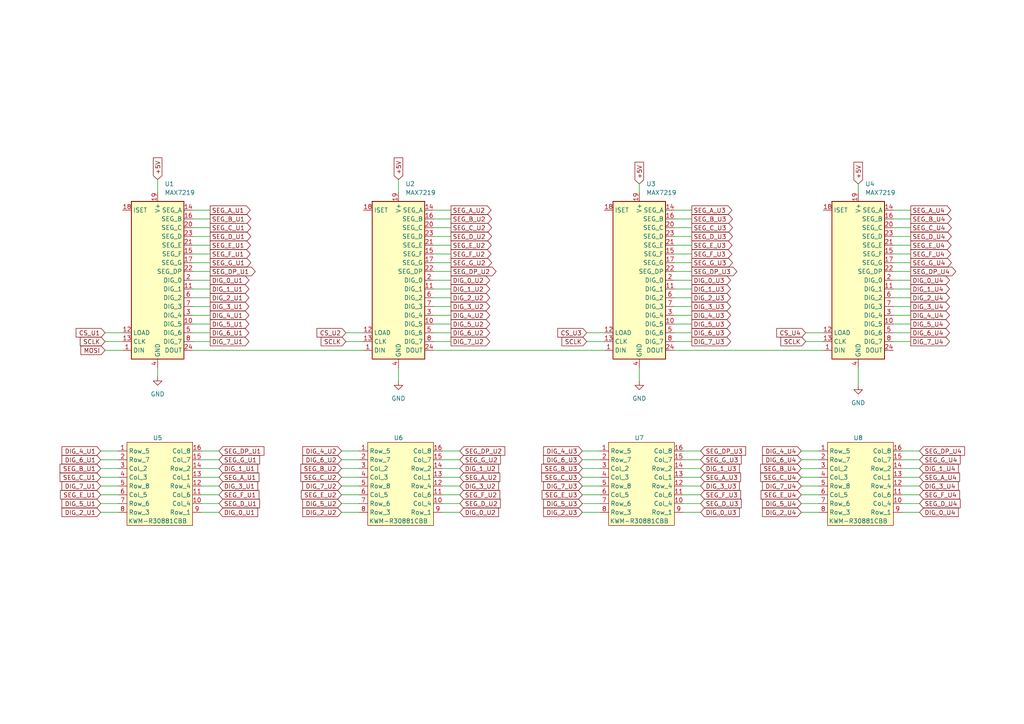
<source format=kicad_sch>
(kicad_sch (version 20211123) (generator eeschema)

  (uuid df35dca1-0dc4-4b6b-bc87-653dfcc985eb)

  (paper "A4")

  (title_block
    (title "LED Matrix Display")
    (rev "A")
  )

  (lib_symbols
    (symbol "Display_LED:KWM-R30881CBB" (in_bom yes) (on_board yes)
      (property "Reference" "U" (id 0) (at 0 6.35 0)
        (effects (font (size 1.27 1.27)))
      )
      (property "Value" "KWM-R30881CBB" (id 1) (at 0 -17.78 0)
        (effects (font (size 1.27 1.27)))
      )
      (property "Footprint" "" (id 2) (at 0 0 0)
        (effects (font (size 1.27 1.27)) hide)
      )
      (property "Datasheet" "" (id 3) (at 0 0 0)
        (effects (font (size 1.27 1.27)) hide)
      )
      (symbol "KWM-R30881CBB_0_1"
        (rectangle (start -8.89 5.08) (end 10.16 -19.05)
          (stroke (width 0) (type default) (color 0 0 0 0))
          (fill (type background))
        )
      )
      (symbol "KWM-R30881CBB_1_1"
        (pin input line (at -11.43 2.54 0) (length 2.54)
          (name "Row_5" (effects (font (size 1.27 1.27))))
          (number "1" (effects (font (size 1.27 1.27))))
        )
        (pin input line (at 12.7 -12.7 180) (length 2.54)
          (name "Col_4" (effects (font (size 1.27 1.27))))
          (number "10" (effects (font (size 1.27 1.27))))
        )
        (pin input line (at 12.7 -10.16 180) (length 2.54)
          (name "Col_6" (effects (font (size 1.27 1.27))))
          (number "11" (effects (font (size 1.27 1.27))))
        )
        (pin input line (at 12.7 -7.62 180) (length 2.54)
          (name "Row_4" (effects (font (size 1.27 1.27))))
          (number "12" (effects (font (size 1.27 1.27))))
        )
        (pin input line (at 12.7 -5.08 180) (length 2.54)
          (name "Col_1" (effects (font (size 1.27 1.27))))
          (number "13" (effects (font (size 1.27 1.27))))
        )
        (pin input line (at 12.7 -2.54 180) (length 2.54)
          (name "Row_2" (effects (font (size 1.27 1.27))))
          (number "14" (effects (font (size 1.27 1.27))))
        )
        (pin input line (at 12.7 0 180) (length 2.54)
          (name "Col_7" (effects (font (size 1.27 1.27))))
          (number "15" (effects (font (size 1.27 1.27))))
        )
        (pin input line (at 12.7 2.54 180) (length 2.54)
          (name "Col_8" (effects (font (size 1.27 1.27))))
          (number "16" (effects (font (size 1.27 1.27))))
        )
        (pin input line (at -11.43 0 0) (length 2.54)
          (name "Row_7" (effects (font (size 1.27 1.27))))
          (number "2" (effects (font (size 1.27 1.27))))
        )
        (pin input line (at -11.43 -2.54 0) (length 2.54)
          (name "Col_2" (effects (font (size 1.27 1.27))))
          (number "3" (effects (font (size 1.27 1.27))))
        )
        (pin input line (at -11.43 -5.08 0) (length 2.54)
          (name "Col_3" (effects (font (size 1.27 1.27))))
          (number "4" (effects (font (size 1.27 1.27))))
        )
        (pin input line (at -11.43 -7.62 0) (length 2.54)
          (name "Row_8" (effects (font (size 1.27 1.27))))
          (number "5" (effects (font (size 1.27 1.27))))
        )
        (pin input line (at -11.43 -10.16 0) (length 2.54)
          (name "Col_5" (effects (font (size 1.27 1.27))))
          (number "6" (effects (font (size 1.27 1.27))))
        )
        (pin input line (at -11.43 -12.7 0) (length 2.54)
          (name "Row_6" (effects (font (size 1.27 1.27))))
          (number "7" (effects (font (size 1.27 1.27))))
        )
        (pin input line (at -11.43 -15.24 0) (length 2.54)
          (name "Row_3" (effects (font (size 1.27 1.27))))
          (number "8" (effects (font (size 1.27 1.27))))
        )
        (pin input line (at 12.7 -15.24 180) (length 2.54)
          (name "Row_1" (effects (font (size 1.27 1.27))))
          (number "9" (effects (font (size 1.27 1.27))))
        )
      )
    )
    (symbol "Driver_LED:MAX7219" (in_bom yes) (on_board yes)
      (property "Reference" "U" (id 0) (at -6.35 24.13 0)
        (effects (font (size 1.27 1.27)) (justify left bottom))
      )
      (property "Value" "MAX7219" (id 1) (at 1.27 25.4 0)
        (effects (font (size 1.27 1.27)) (justify left top))
      )
      (property "Footprint" "" (id 2) (at -1.27 1.27 0)
        (effects (font (size 1.27 1.27)) hide)
      )
      (property "Datasheet" "https://datasheets.maximintegrated.com/en/ds/MAX7219-MAX7221.pdf" (id 3) (at 1.27 -3.81 0)
        (effects (font (size 1.27 1.27)) hide)
      )
      (property "ki_keywords" "LED 8-Digit Display Driver" (id 4) (at 0 0 0)
        (effects (font (size 1.27 1.27)) hide)
      )
      (property "ki_description" "8-Digit LED Display Driver" (id 5) (at 0 0 0)
        (effects (font (size 1.27 1.27)) hide)
      )
      (property "ki_fp_filters" "SOIC*7.5x15.4mm*P1.27mm* DIP*7.62mm*" (id 6) (at 0 0 0)
        (effects (font (size 1.27 1.27)) hide)
      )
      (symbol "MAX7219_0_1"
        (rectangle (start -7.62 22.86) (end 7.62 -22.86)
          (stroke (width 0.254) (type default) (color 0 0 0 0))
          (fill (type background))
        )
      )
      (symbol "MAX7219_1_1"
        (pin input line (at -10.16 -20.32 0) (length 2.54)
          (name "DIN" (effects (font (size 1.27 1.27))))
          (number "1" (effects (font (size 1.27 1.27))))
        )
        (pin output line (at 10.16 -12.7 180) (length 2.54)
          (name "DIG_5" (effects (font (size 1.27 1.27))))
          (number "10" (effects (font (size 1.27 1.27))))
        )
        (pin output line (at 10.16 -2.54 180) (length 2.54)
          (name "DIG_1" (effects (font (size 1.27 1.27))))
          (number "11" (effects (font (size 1.27 1.27))))
        )
        (pin input line (at -10.16 -15.24 0) (length 2.54)
          (name "LOAD" (effects (font (size 1.27 1.27))))
          (number "12" (effects (font (size 1.27 1.27))))
        )
        (pin input line (at -10.16 -17.78 0) (length 2.54)
          (name "CLK" (effects (font (size 1.27 1.27))))
          (number "13" (effects (font (size 1.27 1.27))))
        )
        (pin output line (at 10.16 20.32 180) (length 2.54)
          (name "SEG_A" (effects (font (size 1.27 1.27))))
          (number "14" (effects (font (size 1.27 1.27))))
        )
        (pin output line (at 10.16 7.62 180) (length 2.54)
          (name "SEG_F" (effects (font (size 1.27 1.27))))
          (number "15" (effects (font (size 1.27 1.27))))
        )
        (pin output line (at 10.16 17.78 180) (length 2.54)
          (name "SEG_B" (effects (font (size 1.27 1.27))))
          (number "16" (effects (font (size 1.27 1.27))))
        )
        (pin output line (at 10.16 5.08 180) (length 2.54)
          (name "SEG_G" (effects (font (size 1.27 1.27))))
          (number "17" (effects (font (size 1.27 1.27))))
        )
        (pin input line (at -10.16 20.32 0) (length 2.54)
          (name "ISET" (effects (font (size 1.27 1.27))))
          (number "18" (effects (font (size 1.27 1.27))))
        )
        (pin power_in line (at 0 25.4 270) (length 2.54)
          (name "V+" (effects (font (size 1.27 1.27))))
          (number "19" (effects (font (size 1.27 1.27))))
        )
        (pin output line (at 10.16 0 180) (length 2.54)
          (name "DIG_0" (effects (font (size 1.27 1.27))))
          (number "2" (effects (font (size 1.27 1.27))))
        )
        (pin output line (at 10.16 15.24 180) (length 2.54)
          (name "SEG_C" (effects (font (size 1.27 1.27))))
          (number "20" (effects (font (size 1.27 1.27))))
        )
        (pin output line (at 10.16 10.16 180) (length 2.54)
          (name "SEG_E" (effects (font (size 1.27 1.27))))
          (number "21" (effects (font (size 1.27 1.27))))
        )
        (pin output line (at 10.16 2.54 180) (length 2.54)
          (name "SEG_DP" (effects (font (size 1.27 1.27))))
          (number "22" (effects (font (size 1.27 1.27))))
        )
        (pin output line (at 10.16 12.7 180) (length 2.54)
          (name "SEG_D" (effects (font (size 1.27 1.27))))
          (number "23" (effects (font (size 1.27 1.27))))
        )
        (pin output line (at 10.16 -20.32 180) (length 2.54)
          (name "DOUT" (effects (font (size 1.27 1.27))))
          (number "24" (effects (font (size 1.27 1.27))))
        )
        (pin output line (at 10.16 -10.16 180) (length 2.54)
          (name "DIG_4" (effects (font (size 1.27 1.27))))
          (number "3" (effects (font (size 1.27 1.27))))
        )
        (pin power_in line (at 0 -25.4 90) (length 2.54)
          (name "GND" (effects (font (size 1.27 1.27))))
          (number "4" (effects (font (size 1.27 1.27))))
        )
        (pin output line (at 10.16 -15.24 180) (length 2.54)
          (name "DIG_6" (effects (font (size 1.27 1.27))))
          (number "5" (effects (font (size 1.27 1.27))))
        )
        (pin output line (at 10.16 -5.08 180) (length 2.54)
          (name "DIG_2" (effects (font (size 1.27 1.27))))
          (number "6" (effects (font (size 1.27 1.27))))
        )
        (pin output line (at 10.16 -7.62 180) (length 2.54)
          (name "DIG_3" (effects (font (size 1.27 1.27))))
          (number "7" (effects (font (size 1.27 1.27))))
        )
        (pin output line (at 10.16 -17.78 180) (length 2.54)
          (name "DIG_7" (effects (font (size 1.27 1.27))))
          (number "8" (effects (font (size 1.27 1.27))))
        )
        (pin passive line (at 0 -25.4 90) (length 2.54) hide
          (name "GND" (effects (font (size 1.27 1.27))))
          (number "9" (effects (font (size 1.27 1.27))))
        )
      )
    )
    (symbol "power:GND" (power) (pin_names (offset 0)) (in_bom yes) (on_board yes)
      (property "Reference" "#PWR" (id 0) (at 0 -6.35 0)
        (effects (font (size 1.27 1.27)) hide)
      )
      (property "Value" "GND" (id 1) (at 0 -3.81 0)
        (effects (font (size 1.27 1.27)))
      )
      (property "Footprint" "" (id 2) (at 0 0 0)
        (effects (font (size 1.27 1.27)) hide)
      )
      (property "Datasheet" "" (id 3) (at 0 0 0)
        (effects (font (size 1.27 1.27)) hide)
      )
      (property "ki_keywords" "global power" (id 4) (at 0 0 0)
        (effects (font (size 1.27 1.27)) hide)
      )
      (property "ki_description" "Power symbol creates a global label with name \"GND\" , ground" (id 5) (at 0 0 0)
        (effects (font (size 1.27 1.27)) hide)
      )
      (symbol "GND_0_1"
        (polyline
          (pts
            (xy 0 0)
            (xy 0 -1.27)
            (xy 1.27 -1.27)
            (xy 0 -2.54)
            (xy -1.27 -1.27)
            (xy 0 -1.27)
          )
          (stroke (width 0) (type default) (color 0 0 0 0))
          (fill (type none))
        )
      )
      (symbol "GND_1_1"
        (pin power_in line (at 0 0 270) (length 0) hide
          (name "GND" (effects (font (size 1.27 1.27))))
          (number "1" (effects (font (size 1.27 1.27))))
        )
      )
    )
  )


  (wire (pts (xy 237.49 135.89) (xy 232.41 135.89))
    (stroke (width 0) (type default) (color 0 0 0 0))
    (uuid 005c09b1-062a-4975-beb7-15c7fdab97e3)
  )
  (wire (pts (xy 100.33 96.52) (xy 105.41 96.52))
    (stroke (width 0) (type default) (color 0 0 0 0))
    (uuid 00d8b8e5-62bc-4990-9e0b-6fd65f8b5c76)
  )
  (wire (pts (xy 259.08 83.82) (xy 264.16 83.82))
    (stroke (width 0) (type default) (color 0 0 0 0))
    (uuid 028003b0-abac-4e33-bba1-3e2710251b6b)
  )
  (wire (pts (xy 195.58 76.2) (xy 200.66 76.2))
    (stroke (width 0) (type default) (color 0 0 0 0))
    (uuid 0364b5ac-0110-4de1-9728-0d0abacf4de6)
  )
  (wire (pts (xy 128.27 148.59) (xy 133.35 148.59))
    (stroke (width 0) (type default) (color 0 0 0 0))
    (uuid 09510534-ea09-4d0e-84cd-cb236ca365e5)
  )
  (wire (pts (xy 58.42 130.81) (xy 63.5 130.81))
    (stroke (width 0) (type default) (color 0 0 0 0))
    (uuid 0ca79f3c-b8cf-467a-b3ea-7ca405e77c1f)
  )
  (wire (pts (xy 259.08 66.04) (xy 264.16 66.04))
    (stroke (width 0) (type default) (color 0 0 0 0))
    (uuid 0d8ddfd2-fa1c-4108-943e-63f4ae57ba13)
  )
  (wire (pts (xy 195.58 91.44) (xy 200.66 91.44))
    (stroke (width 0) (type default) (color 0 0 0 0))
    (uuid 0ea70400-d3b8-4823-b4ea-3b26848db26e)
  )
  (wire (pts (xy 195.58 96.52) (xy 200.66 96.52))
    (stroke (width 0) (type default) (color 0 0 0 0))
    (uuid 0f486d89-645c-4491-b997-45b92021f1a4)
  )
  (wire (pts (xy 195.58 71.12) (xy 200.66 71.12))
    (stroke (width 0) (type default) (color 0 0 0 0))
    (uuid 10a5163d-851c-4913-9f6c-aaefed8eb2f0)
  )
  (wire (pts (xy 237.49 133.35) (xy 232.41 133.35))
    (stroke (width 0) (type default) (color 0 0 0 0))
    (uuid 10c5b0e8-1bf2-4598-b13c-caf4f51a31ee)
  )
  (wire (pts (xy 195.58 81.28) (xy 200.66 81.28))
    (stroke (width 0) (type default) (color 0 0 0 0))
    (uuid 136d6bff-1aef-42b5-bcca-abace5935e4b)
  )
  (wire (pts (xy 125.73 63.5) (xy 130.81 63.5))
    (stroke (width 0) (type default) (color 0 0 0 0))
    (uuid 176f81d8-0d58-4511-976e-775886be12b8)
  )
  (wire (pts (xy 237.49 130.81) (xy 232.41 130.81))
    (stroke (width 0) (type default) (color 0 0 0 0))
    (uuid 1875d931-e264-4b55-8919-bc8f6959874f)
  )
  (wire (pts (xy 173.99 135.89) (xy 168.91 135.89))
    (stroke (width 0) (type default) (color 0 0 0 0))
    (uuid 18f62752-e654-474f-81c7-1887f3515d05)
  )
  (wire (pts (xy 185.42 53.34) (xy 185.42 55.88))
    (stroke (width 0) (type default) (color 0 0 0 0))
    (uuid 1c6a1cd4-1d88-43b9-b21f-65a097e5fa30)
  )
  (wire (pts (xy 195.58 99.06) (xy 200.66 99.06))
    (stroke (width 0) (type default) (color 0 0 0 0))
    (uuid 1dff8b18-b98c-40cd-9102-ae714086b3bf)
  )
  (wire (pts (xy 195.58 73.66) (xy 200.66 73.66))
    (stroke (width 0) (type default) (color 0 0 0 0))
    (uuid 1ebe82e0-98ce-471f-ba3d-bafa63613efb)
  )
  (wire (pts (xy 104.14 138.43) (xy 99.06 138.43))
    (stroke (width 0) (type default) (color 0 0 0 0))
    (uuid 1f02eafb-f17f-4b0d-a108-c313fff188af)
  )
  (wire (pts (xy 198.12 143.51) (xy 203.2 143.51))
    (stroke (width 0) (type default) (color 0 0 0 0))
    (uuid 1fbfe7d1-0156-4683-a675-c64a8424f0c6)
  )
  (wire (pts (xy 34.29 133.35) (xy 29.21 133.35))
    (stroke (width 0) (type default) (color 0 0 0 0))
    (uuid 2069560b-4148-4969-ab9b-094d40b2bf20)
  )
  (wire (pts (xy 55.88 71.12) (xy 60.96 71.12))
    (stroke (width 0) (type default) (color 0 0 0 0))
    (uuid 207cfa24-aff2-4b34-985d-4f4f561e18da)
  )
  (wire (pts (xy 128.27 138.43) (xy 133.35 138.43))
    (stroke (width 0) (type default) (color 0 0 0 0))
    (uuid 20e3628c-077e-4231-9c77-20bc658955d0)
  )
  (wire (pts (xy 185.42 106.68) (xy 185.42 110.49))
    (stroke (width 0) (type default) (color 0 0 0 0))
    (uuid 220d5579-69b3-43b1-b9a0-f39960eecc30)
  )
  (wire (pts (xy 125.73 71.12) (xy 130.81 71.12))
    (stroke (width 0) (type default) (color 0 0 0 0))
    (uuid 2748ea06-bae6-4554-8284-7d62de3172d6)
  )
  (wire (pts (xy 198.12 135.89) (xy 203.2 135.89))
    (stroke (width 0) (type default) (color 0 0 0 0))
    (uuid 28546074-d2af-4e2d-b372-df5022eebe09)
  )
  (wire (pts (xy 198.12 140.97) (xy 203.2 140.97))
    (stroke (width 0) (type default) (color 0 0 0 0))
    (uuid 28ff9837-5c39-4635-97f7-d79c961ebab2)
  )
  (wire (pts (xy 125.73 86.36) (xy 130.81 86.36))
    (stroke (width 0) (type default) (color 0 0 0 0))
    (uuid 29ec5e86-8798-4fea-ae08-1774893b5650)
  )
  (wire (pts (xy 173.99 140.97) (xy 168.91 140.97))
    (stroke (width 0) (type default) (color 0 0 0 0))
    (uuid 2a085802-503f-44d4-922d-1c7077cbc6ac)
  )
  (wire (pts (xy 198.12 146.05) (xy 203.2 146.05))
    (stroke (width 0) (type default) (color 0 0 0 0))
    (uuid 2b613f66-6582-48f4-a615-7f8a5c80362a)
  )
  (wire (pts (xy 195.58 66.04) (xy 200.66 66.04))
    (stroke (width 0) (type default) (color 0 0 0 0))
    (uuid 2b7a4ee4-f646-46c1-bd92-f76c7c411cb4)
  )
  (wire (pts (xy 195.58 86.36) (xy 200.66 86.36))
    (stroke (width 0) (type default) (color 0 0 0 0))
    (uuid 2b9a64e4-2ca1-403c-bcb3-5d4c7e48c524)
  )
  (wire (pts (xy 125.73 91.44) (xy 130.81 91.44))
    (stroke (width 0) (type default) (color 0 0 0 0))
    (uuid 2cdd8fcd-3e81-4282-965a-67d2e723ff77)
  )
  (wire (pts (xy 259.08 99.06) (xy 264.16 99.06))
    (stroke (width 0) (type default) (color 0 0 0 0))
    (uuid 2ce564da-e2a8-4617-88d3-06735c47c519)
  )
  (wire (pts (xy 30.48 101.6) (xy 35.56 101.6))
    (stroke (width 0) (type default) (color 0 0 0 0))
    (uuid 2d6a1c7b-1616-45a7-8a3e-065d7ba6d323)
  )
  (wire (pts (xy 45.72 52.07) (xy 45.72 55.88))
    (stroke (width 0) (type default) (color 0 0 0 0))
    (uuid 2d9e2f82-ca79-4f2e-abdd-45eadfa4309d)
  )
  (wire (pts (xy 125.73 68.58) (xy 130.81 68.58))
    (stroke (width 0) (type default) (color 0 0 0 0))
    (uuid 3269f576-f770-4656-a92f-cd599a134296)
  )
  (wire (pts (xy 237.49 146.05) (xy 232.41 146.05))
    (stroke (width 0) (type default) (color 0 0 0 0))
    (uuid 3562cef1-e600-495f-a82e-d6299e38ab4e)
  )
  (wire (pts (xy 259.08 88.9) (xy 264.16 88.9))
    (stroke (width 0) (type default) (color 0 0 0 0))
    (uuid 35699773-b5f7-4f04-b3f3-f94212a02c30)
  )
  (wire (pts (xy 55.88 91.44) (xy 60.96 91.44))
    (stroke (width 0) (type default) (color 0 0 0 0))
    (uuid 37483f3a-2dc6-42b2-a4bb-1019dc294830)
  )
  (wire (pts (xy 125.73 78.74) (xy 130.81 78.74))
    (stroke (width 0) (type default) (color 0 0 0 0))
    (uuid 383c578a-61a0-4cbb-9c17-9bc3e23dc664)
  )
  (wire (pts (xy 259.08 68.58) (xy 264.16 68.58))
    (stroke (width 0) (type default) (color 0 0 0 0))
    (uuid 39d35f0c-520c-49d8-8772-8b93d8a3797f)
  )
  (wire (pts (xy 261.62 135.89) (xy 266.7 135.89))
    (stroke (width 0) (type default) (color 0 0 0 0))
    (uuid 3a6c2e57-1228-4937-a773-ce06abec8ae3)
  )
  (wire (pts (xy 55.88 78.74) (xy 60.96 78.74))
    (stroke (width 0) (type default) (color 0 0 0 0))
    (uuid 3e5802ba-9cf0-4b5e-9340-95ff6da3da3b)
  )
  (wire (pts (xy 58.42 135.89) (xy 63.5 135.89))
    (stroke (width 0) (type default) (color 0 0 0 0))
    (uuid 3e877ca6-43f1-4459-b687-9f278e851a92)
  )
  (wire (pts (xy 237.49 148.59) (xy 232.41 148.59))
    (stroke (width 0) (type default) (color 0 0 0 0))
    (uuid 4067e3bd-010a-4f14-a7a4-9a0304e24bbc)
  )
  (wire (pts (xy 195.58 63.5) (xy 200.66 63.5))
    (stroke (width 0) (type default) (color 0 0 0 0))
    (uuid 47365b8f-d44d-4c07-b963-3a424af101dd)
  )
  (wire (pts (xy 55.88 66.04) (xy 60.96 66.04))
    (stroke (width 0) (type default) (color 0 0 0 0))
    (uuid 47b54422-f676-4410-bf43-7ccb21161068)
  )
  (wire (pts (xy 128.27 130.81) (xy 133.35 130.81))
    (stroke (width 0) (type default) (color 0 0 0 0))
    (uuid 4833e3cb-494a-4f99-8a99-1a830b47c227)
  )
  (wire (pts (xy 55.88 73.66) (xy 60.96 73.66))
    (stroke (width 0) (type default) (color 0 0 0 0))
    (uuid 4a3a5475-548a-49b9-9046-c964c0bab4b0)
  )
  (wire (pts (xy 261.62 143.51) (xy 266.7 143.51))
    (stroke (width 0) (type default) (color 0 0 0 0))
    (uuid 4b621546-83cc-4348-b707-7b20460ce200)
  )
  (wire (pts (xy 198.12 148.59) (xy 203.2 148.59))
    (stroke (width 0) (type default) (color 0 0 0 0))
    (uuid 5499b7db-8e63-45ae-9df0-3009ef60201f)
  )
  (wire (pts (xy 128.27 143.51) (xy 133.35 143.51))
    (stroke (width 0) (type default) (color 0 0 0 0))
    (uuid 54a7ca77-5958-453c-bab0-7702c7048364)
  )
  (wire (pts (xy 195.58 83.82) (xy 200.66 83.82))
    (stroke (width 0) (type default) (color 0 0 0 0))
    (uuid 56fc63a2-ba2e-469d-8eef-48cb128f8e6a)
  )
  (wire (pts (xy 237.49 143.51) (xy 232.41 143.51))
    (stroke (width 0) (type default) (color 0 0 0 0))
    (uuid 58bbb9f8-4de6-48b5-820a-30491ed1f4de)
  )
  (wire (pts (xy 115.57 106.68) (xy 115.57 110.49))
    (stroke (width 0) (type default) (color 0 0 0 0))
    (uuid 5bed6da0-7275-4de3-bf00-11465c95b924)
  )
  (wire (pts (xy 261.62 133.35) (xy 266.7 133.35))
    (stroke (width 0) (type default) (color 0 0 0 0))
    (uuid 5c290568-2762-44fb-a8bc-68e5bdddfd9b)
  )
  (wire (pts (xy 125.73 99.06) (xy 130.81 99.06))
    (stroke (width 0) (type default) (color 0 0 0 0))
    (uuid 5d3c761b-4142-4966-9cf2-bf26453acbcd)
  )
  (wire (pts (xy 100.33 99.06) (xy 105.41 99.06))
    (stroke (width 0) (type default) (color 0 0 0 0))
    (uuid 60251948-b619-4c62-b7b2-abb06b4d2af7)
  )
  (wire (pts (xy 45.72 106.68) (xy 45.72 109.22))
    (stroke (width 0) (type default) (color 0 0 0 0))
    (uuid 64fdff99-8685-4340-a46c-87e584873b1b)
  )
  (wire (pts (xy 55.88 99.06) (xy 60.96 99.06))
    (stroke (width 0) (type default) (color 0 0 0 0))
    (uuid 67166841-d200-4825-99eb-9da25783025f)
  )
  (wire (pts (xy 128.27 146.05) (xy 133.35 146.05))
    (stroke (width 0) (type default) (color 0 0 0 0))
    (uuid 6747d3a7-8cba-4640-8924-8ccc8f481103)
  )
  (wire (pts (xy 55.88 63.5) (xy 60.96 63.5))
    (stroke (width 0) (type default) (color 0 0 0 0))
    (uuid 683784f8-2000-4113-bb39-29b6afa28ebe)
  )
  (wire (pts (xy 34.29 143.51) (xy 29.21 143.51))
    (stroke (width 0) (type default) (color 0 0 0 0))
    (uuid 697318e9-4cf9-4ae2-9ac4-f9a0ab680c84)
  )
  (wire (pts (xy 259.08 91.44) (xy 264.16 91.44))
    (stroke (width 0) (type default) (color 0 0 0 0))
    (uuid 69d58ad3-a0f4-4671-83ee-c469db7f15d1)
  )
  (wire (pts (xy 55.88 93.98) (xy 60.96 93.98))
    (stroke (width 0) (type default) (color 0 0 0 0))
    (uuid 6b38c59e-e8ac-401e-ae8e-58d495db0b5f)
  )
  (wire (pts (xy 29.21 138.43) (xy 34.29 138.43))
    (stroke (width 0) (type default) (color 0 0 0 0))
    (uuid 6c70019a-3515-4eb3-a623-680a9ac1050d)
  )
  (wire (pts (xy 173.99 138.43) (xy 168.91 138.43))
    (stroke (width 0) (type default) (color 0 0 0 0))
    (uuid 6c79bb79-9c66-484b-b6f6-1c44706a383d)
  )
  (wire (pts (xy 198.12 138.43) (xy 203.2 138.43))
    (stroke (width 0) (type default) (color 0 0 0 0))
    (uuid 70a2c8b9-b68b-47ec-891b-5b0d7989c994)
  )
  (wire (pts (xy 58.42 148.59) (xy 63.5 148.59))
    (stroke (width 0) (type default) (color 0 0 0 0))
    (uuid 70d1bfd1-8ccf-4e1c-af29-bbffbaa495a2)
  )
  (wire (pts (xy 125.73 93.98) (xy 130.81 93.98))
    (stroke (width 0) (type default) (color 0 0 0 0))
    (uuid 71df75b9-e96d-4195-a4d8-5ac40f9afa53)
  )
  (wire (pts (xy 259.08 81.28) (xy 264.16 81.28))
    (stroke (width 0) (type default) (color 0 0 0 0))
    (uuid 71fc2ecd-5459-405a-8dbf-a72429f225b4)
  )
  (wire (pts (xy 259.08 96.52) (xy 264.16 96.52))
    (stroke (width 0) (type default) (color 0 0 0 0))
    (uuid 73945ea0-aea4-4bb0-bfcd-a457f3200e7f)
  )
  (wire (pts (xy 195.58 88.9) (xy 200.66 88.9))
    (stroke (width 0) (type default) (color 0 0 0 0))
    (uuid 76447be0-7f2d-44fc-a4e6-3ffeb23919da)
  )
  (wire (pts (xy 34.29 148.59) (xy 29.21 148.59))
    (stroke (width 0) (type default) (color 0 0 0 0))
    (uuid 76d19124-8c53-4ce8-90b9-50ef8dd47060)
  )
  (wire (pts (xy 195.58 68.58) (xy 200.66 68.58))
    (stroke (width 0) (type default) (color 0 0 0 0))
    (uuid 779378f3-7e2b-4a5e-8420-7ceafe80bc1d)
  )
  (wire (pts (xy 30.48 99.06) (xy 35.56 99.06))
    (stroke (width 0) (type default) (color 0 0 0 0))
    (uuid 785e2db0-53d5-4200-aff7-f5b55f6b893b)
  )
  (wire (pts (xy 128.27 133.35) (xy 133.35 133.35))
    (stroke (width 0) (type default) (color 0 0 0 0))
    (uuid 78f77446-4a68-4179-8a83-b4aeb28c70fa)
  )
  (wire (pts (xy 173.99 146.05) (xy 168.91 146.05))
    (stroke (width 0) (type default) (color 0 0 0 0))
    (uuid 7c8d1a05-4727-4de1-b9d5-a0ca24bbdd61)
  )
  (wire (pts (xy 259.08 63.5) (xy 264.16 63.5))
    (stroke (width 0) (type default) (color 0 0 0 0))
    (uuid 7d54d749-2bee-44e4-9efd-2f41c1d8c335)
  )
  (wire (pts (xy 55.88 96.52) (xy 60.96 96.52))
    (stroke (width 0) (type default) (color 0 0 0 0))
    (uuid 81376433-ecf6-4b56-b25f-12ddcb16817e)
  )
  (wire (pts (xy 195.58 60.96) (xy 200.66 60.96))
    (stroke (width 0) (type default) (color 0 0 0 0))
    (uuid 81bc71a3-a7bf-48c5-b052-90034dba495f)
  )
  (wire (pts (xy 104.14 140.97) (xy 99.06 140.97))
    (stroke (width 0) (type default) (color 0 0 0 0))
    (uuid 81d75354-a756-4345-b965-c2359b0606c0)
  )
  (wire (pts (xy 261.62 148.59) (xy 266.7 148.59))
    (stroke (width 0) (type default) (color 0 0 0 0))
    (uuid 81f73e72-b4cc-49ea-9502-60f52482df70)
  )
  (wire (pts (xy 259.08 78.74) (xy 264.16 78.74))
    (stroke (width 0) (type default) (color 0 0 0 0))
    (uuid 898b06cf-228a-4ed7-a41b-1f5bc3ee4e59)
  )
  (wire (pts (xy 125.73 88.9) (xy 130.81 88.9))
    (stroke (width 0) (type default) (color 0 0 0 0))
    (uuid 8b8fc936-6e05-484f-a453-ea74b48fd3a2)
  )
  (wire (pts (xy 115.57 52.07) (xy 115.57 55.88))
    (stroke (width 0) (type default) (color 0 0 0 0))
    (uuid 8d08bb6c-ad6e-4668-826f-d62d0d776f72)
  )
  (wire (pts (xy 55.88 88.9) (xy 60.96 88.9))
    (stroke (width 0) (type default) (color 0 0 0 0))
    (uuid 8dbc926d-d95b-4b37-a7b4-08f4fa43eaff)
  )
  (wire (pts (xy 55.88 68.58) (xy 60.96 68.58))
    (stroke (width 0) (type default) (color 0 0 0 0))
    (uuid 8f92413d-1104-4d41-bb59-ced965e28247)
  )
  (wire (pts (xy 125.73 81.28) (xy 130.81 81.28))
    (stroke (width 0) (type default) (color 0 0 0 0))
    (uuid 903f76c8-247a-4bb0-b96c-c45e9697fafa)
  )
  (wire (pts (xy 34.29 140.97) (xy 29.21 140.97))
    (stroke (width 0) (type default) (color 0 0 0 0))
    (uuid 914b3d7f-ce9b-4fd8-bc33-f02b48796a23)
  )
  (wire (pts (xy 55.88 101.6) (xy 105.41 101.6))
    (stroke (width 0) (type default) (color 0 0 0 0))
    (uuid 917ff274-fbcf-4379-bf65-f5e8982c80ee)
  )
  (wire (pts (xy 55.88 81.28) (xy 60.96 81.28))
    (stroke (width 0) (type default) (color 0 0 0 0))
    (uuid 92c44e53-8e3d-4beb-87be-b9296430f4e3)
  )
  (wire (pts (xy 259.08 93.98) (xy 264.16 93.98))
    (stroke (width 0) (type default) (color 0 0 0 0))
    (uuid 94fe15c0-bcb0-437a-b449-72ba3d6a37ef)
  )
  (wire (pts (xy 104.14 135.89) (xy 99.06 135.89))
    (stroke (width 0) (type default) (color 0 0 0 0))
    (uuid 9663ded9-a497-4335-9295-926fa5043d55)
  )
  (wire (pts (xy 173.99 130.81) (xy 168.91 130.81))
    (stroke (width 0) (type default) (color 0 0 0 0))
    (uuid 96a643ee-cd82-4f9e-87f5-72bc1c577182)
  )
  (wire (pts (xy 58.42 138.43) (xy 63.5 138.43))
    (stroke (width 0) (type default) (color 0 0 0 0))
    (uuid 9723e12d-d058-4aa0-9ee9-c443a28da917)
  )
  (wire (pts (xy 237.49 140.97) (xy 232.41 140.97))
    (stroke (width 0) (type default) (color 0 0 0 0))
    (uuid 988ba38a-e12e-487e-9e17-8713cfa2cdd2)
  )
  (wire (pts (xy 173.99 148.59) (xy 168.91 148.59))
    (stroke (width 0) (type default) (color 0 0 0 0))
    (uuid 9ad3d7c7-b464-4282-87eb-f75102984803)
  )
  (wire (pts (xy 125.73 101.6) (xy 175.26 101.6))
    (stroke (width 0) (type default) (color 0 0 0 0))
    (uuid 9b0fef6c-fa91-4c54-9a1e-f3dc995d3c1b)
  )
  (wire (pts (xy 259.08 71.12) (xy 264.16 71.12))
    (stroke (width 0) (type default) (color 0 0 0 0))
    (uuid 9c53add9-b7a9-4743-b17c-ef7a13bf784c)
  )
  (wire (pts (xy 125.73 66.04) (xy 130.81 66.04))
    (stroke (width 0) (type default) (color 0 0 0 0))
    (uuid 9deb0e23-5040-47ac-8eaf-76031efd17d2)
  )
  (wire (pts (xy 125.73 76.2) (xy 130.81 76.2))
    (stroke (width 0) (type default) (color 0 0 0 0))
    (uuid 9ea6539b-edb3-4653-bca5-b78cd3ef539c)
  )
  (wire (pts (xy 233.68 99.06) (xy 238.76 99.06))
    (stroke (width 0) (type default) (color 0 0 0 0))
    (uuid a021d098-adbb-4131-bc9e-6bd1fef9ae65)
  )
  (wire (pts (xy 259.08 86.36) (xy 264.16 86.36))
    (stroke (width 0) (type default) (color 0 0 0 0))
    (uuid a41abe6f-8fec-42f7-970b-4cc6e258a358)
  )
  (wire (pts (xy 34.29 135.89) (xy 29.21 135.89))
    (stroke (width 0) (type default) (color 0 0 0 0))
    (uuid a5686473-a9bb-4dc3-a4b5-4b07be6c134f)
  )
  (wire (pts (xy 261.62 138.43) (xy 266.7 138.43))
    (stroke (width 0) (type default) (color 0 0 0 0))
    (uuid ac0765c2-4547-4c41-ba7a-108cc4233ad6)
  )
  (wire (pts (xy 170.18 99.06) (xy 175.26 99.06))
    (stroke (width 0) (type default) (color 0 0 0 0))
    (uuid b2648d2f-cb7a-4331-abfc-232073456b63)
  )
  (wire (pts (xy 195.58 78.74) (xy 200.66 78.74))
    (stroke (width 0) (type default) (color 0 0 0 0))
    (uuid b26fdf49-e8a6-48a7-aa07-d8660fa38b4e)
  )
  (wire (pts (xy 259.08 73.66) (xy 264.16 73.66))
    (stroke (width 0) (type default) (color 0 0 0 0))
    (uuid b3880d24-a0dd-4be7-b1cd-d167461544d0)
  )
  (wire (pts (xy 125.73 60.96) (xy 130.81 60.96))
    (stroke (width 0) (type default) (color 0 0 0 0))
    (uuid b44fcc96-006a-46d6-9cfa-d38cd3a4637b)
  )
  (wire (pts (xy 58.42 140.97) (xy 63.5 140.97))
    (stroke (width 0) (type default) (color 0 0 0 0))
    (uuid b667b488-5caa-49ad-bd86-f048e284424f)
  )
  (wire (pts (xy 104.14 130.81) (xy 99.06 130.81))
    (stroke (width 0) (type default) (color 0 0 0 0))
    (uuid b7ed4af2-d540-4204-8ffa-be903f723a71)
  )
  (wire (pts (xy 30.48 96.52) (xy 35.56 96.52))
    (stroke (width 0) (type default) (color 0 0 0 0))
    (uuid b9c78b94-4581-4e70-9c7d-0ca05cad6318)
  )
  (wire (pts (xy 55.88 60.96) (xy 60.96 60.96))
    (stroke (width 0) (type default) (color 0 0 0 0))
    (uuid b9e3848f-eba5-4157-bebc-691b26f87b9f)
  )
  (wire (pts (xy 248.92 53.34) (xy 248.92 55.88))
    (stroke (width 0) (type default) (color 0 0 0 0))
    (uuid b9f97939-34e9-4690-98c9-95de429a9830)
  )
  (wire (pts (xy 195.58 93.98) (xy 200.66 93.98))
    (stroke (width 0) (type default) (color 0 0 0 0))
    (uuid bc684b50-392b-498e-9672-159267b46e14)
  )
  (wire (pts (xy 195.58 101.6) (xy 238.76 101.6))
    (stroke (width 0) (type default) (color 0 0 0 0))
    (uuid bee021c9-cea4-4fed-b46d-9c34e6e70861)
  )
  (wire (pts (xy 34.29 130.81) (xy 29.21 130.81))
    (stroke (width 0) (type default) (color 0 0 0 0))
    (uuid bf0bcb08-5fbe-4b62-9c22-d36a117044c3)
  )
  (wire (pts (xy 248.92 106.68) (xy 248.92 111.76))
    (stroke (width 0) (type default) (color 0 0 0 0))
    (uuid c1e9fc8d-75d9-4c21-bcaa-98be4290d548)
  )
  (wire (pts (xy 128.27 135.89) (xy 133.35 135.89))
    (stroke (width 0) (type default) (color 0 0 0 0))
    (uuid c3689005-8719-4d49-b3ef-9e4ed3fc9646)
  )
  (wire (pts (xy 125.73 83.82) (xy 130.81 83.82))
    (stroke (width 0) (type default) (color 0 0 0 0))
    (uuid c3fd28b0-3ff9-4700-9896-13d5afd544ef)
  )
  (wire (pts (xy 104.14 148.59) (xy 99.06 148.59))
    (stroke (width 0) (type default) (color 0 0 0 0))
    (uuid c56147ce-e329-4ac5-9737-3b568c1d9c9d)
  )
  (wire (pts (xy 104.14 143.51) (xy 99.06 143.51))
    (stroke (width 0) (type default) (color 0 0 0 0))
    (uuid cfdb1e53-8486-4e58-a1d0-ef4b034c0ddd)
  )
  (wire (pts (xy 233.68 96.52) (xy 238.76 96.52))
    (stroke (width 0) (type default) (color 0 0 0 0))
    (uuid d49381ee-ac5d-42f7-81c3-e663c0c5922c)
  )
  (wire (pts (xy 237.49 138.43) (xy 232.41 138.43))
    (stroke (width 0) (type default) (color 0 0 0 0))
    (uuid d570f1a8-8ab8-4dd7-865f-a65bd5bcd67c)
  )
  (wire (pts (xy 58.42 143.51) (xy 63.5 143.51))
    (stroke (width 0) (type default) (color 0 0 0 0))
    (uuid d5b85d61-1288-470d-b3ca-d0682a6f3b7d)
  )
  (wire (pts (xy 170.18 96.52) (xy 175.26 96.52))
    (stroke (width 0) (type default) (color 0 0 0 0))
    (uuid d85c1687-8419-4f6b-a952-83edba3fb5da)
  )
  (wire (pts (xy 198.12 130.81) (xy 203.2 130.81))
    (stroke (width 0) (type default) (color 0 0 0 0))
    (uuid daa6485c-91ee-4c93-a326-b37a87aa3387)
  )
  (wire (pts (xy 58.42 133.35) (xy 63.5 133.35))
    (stroke (width 0) (type default) (color 0 0 0 0))
    (uuid dac547d1-fb17-4820-96b7-79145ef77fcc)
  )
  (wire (pts (xy 259.08 60.96) (xy 264.16 60.96))
    (stroke (width 0) (type default) (color 0 0 0 0))
    (uuid dd67be5b-837f-47e6-8cfb-228bcceb1f4b)
  )
  (wire (pts (xy 125.73 73.66) (xy 130.81 73.66))
    (stroke (width 0) (type default) (color 0 0 0 0))
    (uuid dedd5a45-f13f-47d3-8750-960030324a33)
  )
  (wire (pts (xy 173.99 133.35) (xy 168.91 133.35))
    (stroke (width 0) (type default) (color 0 0 0 0))
    (uuid e0a336d8-0fd0-40e8-9cf1-cc14f2b29494)
  )
  (wire (pts (xy 104.14 146.05) (xy 99.06 146.05))
    (stroke (width 0) (type default) (color 0 0 0 0))
    (uuid e386ca6f-1673-47dc-9755-0656ccc80765)
  )
  (wire (pts (xy 128.27 140.97) (xy 133.35 140.97))
    (stroke (width 0) (type default) (color 0 0 0 0))
    (uuid e3af01c9-80ac-4264-99a0-6f170139fa90)
  )
  (wire (pts (xy 261.62 130.81) (xy 266.7 130.81))
    (stroke (width 0) (type default) (color 0 0 0 0))
    (uuid e3c08015-d844-461f-8bf2-76da7052c762)
  )
  (wire (pts (xy 125.73 96.52) (xy 130.81 96.52))
    (stroke (width 0) (type default) (color 0 0 0 0))
    (uuid e41457df-fac5-4ce8-bb3d-de3ac6786b39)
  )
  (wire (pts (xy 198.12 133.35) (xy 203.2 133.35))
    (stroke (width 0) (type default) (color 0 0 0 0))
    (uuid e485b283-538f-445e-a294-5e15452bb7c8)
  )
  (wire (pts (xy 55.88 76.2) (xy 60.96 76.2))
    (stroke (width 0) (type default) (color 0 0 0 0))
    (uuid e4e692f9-0cc9-420d-ae1c-88e3ecd6ff61)
  )
  (wire (pts (xy 259.08 76.2) (xy 264.16 76.2))
    (stroke (width 0) (type default) (color 0 0 0 0))
    (uuid e5925315-177c-4e33-8df9-3fb251028599)
  )
  (wire (pts (xy 55.88 86.36) (xy 60.96 86.36))
    (stroke (width 0) (type default) (color 0 0 0 0))
    (uuid e637d62c-7f23-4088-adcc-32dca7008058)
  )
  (wire (pts (xy 261.62 146.05) (xy 266.7 146.05))
    (stroke (width 0) (type default) (color 0 0 0 0))
    (uuid e73cd381-33da-4d1e-b02c-1361af796b21)
  )
  (wire (pts (xy 55.88 83.82) (xy 60.96 83.82))
    (stroke (width 0) (type default) (color 0 0 0 0))
    (uuid e7e35c8c-84db-4da6-a008-7f980e8a9eea)
  )
  (wire (pts (xy 173.99 143.51) (xy 168.91 143.51))
    (stroke (width 0) (type default) (color 0 0 0 0))
    (uuid e90fc90a-48f8-4289-ab6f-47e1ebbc19b0)
  )
  (wire (pts (xy 58.42 146.05) (xy 63.5 146.05))
    (stroke (width 0) (type default) (color 0 0 0 0))
    (uuid ef44b8ff-a7c3-4077-9345-54847f986836)
  )
  (wire (pts (xy 104.14 133.35) (xy 99.06 133.35))
    (stroke (width 0) (type default) (color 0 0 0 0))
    (uuid f05f7cda-ed44-4a47-9a07-5bf351539866)
  )
  (wire (pts (xy 261.62 140.97) (xy 266.7 140.97))
    (stroke (width 0) (type default) (color 0 0 0 0))
    (uuid ffb0f1f5-7cc2-4403-8811-c36a96246ecd)
  )
  (wire (pts (xy 34.29 146.05) (xy 29.21 146.05))
    (stroke (width 0) (type default) (color 0 0 0 0))
    (uuid ffc09729-772c-4c6b-854e-5c4ab8beebd4)
  )

  (global_label "SCLK" (shape input) (at 233.68 99.06 180) (fields_autoplaced)
    (effects (font (size 1.27 1.27)) (justify right))
    (uuid 0079ee7b-3c68-45a2-80ce-003d79226d6c)
    (property "Intersheet References" "${INTERSHEET_REFS}" (id 0) (at 226.4893 98.9806 0)
      (effects (font (size 1.27 1.27)) (justify right) hide)
    )
  )
  (global_label "DIG_2_U2" (shape output) (at 130.81 86.36 0) (fields_autoplaced)
    (effects (font (size 1.27 1.27)) (justify left))
    (uuid 015440a2-e7f4-4462-a14b-a53f044c885a)
    (property "Intersheet References" "${INTERSHEET_REFS}" (id 0) (at 142.0526 86.2806 0)
      (effects (font (size 1.27 1.27)) (justify left) hide)
    )
  )
  (global_label "SEG_F_U3" (shape output) (at 200.66 73.66 0) (fields_autoplaced)
    (effects (font (size 1.27 1.27)) (justify left))
    (uuid 02c1295e-fe86-4fd2-b59c-06bf1a08d50c)
    (property "Intersheet References" "${INTERSHEET_REFS}" (id 0) (at 212.2655 73.5806 0)
      (effects (font (size 1.27 1.27)) (justify left) hide)
    )
  )
  (global_label "SCLK" (shape input) (at 100.33 99.06 180) (fields_autoplaced)
    (effects (font (size 1.27 1.27)) (justify right))
    (uuid 0434e09a-9f88-42e9-945e-2d2948cc8fb5)
    (property "Intersheet References" "${INTERSHEET_REFS}" (id 0) (at 93.1393 98.9806 0)
      (effects (font (size 1.27 1.27)) (justify right) hide)
    )
  )
  (global_label "DIG_1_U1" (shape input) (at 63.5 135.89 0) (fields_autoplaced)
    (effects (font (size 1.27 1.27)) (justify left))
    (uuid 062efd4b-8faa-4986-9ac4-90fd4349bacf)
    (property "Intersheet References" "${INTERSHEET_REFS}" (id 0) (at 74.7426 135.8106 0)
      (effects (font (size 1.27 1.27)) (justify left) hide)
    )
  )
  (global_label "SEG_D_U1" (shape output) (at 60.96 68.58 0) (fields_autoplaced)
    (effects (font (size 1.27 1.27)) (justify left))
    (uuid 0647fbe8-d5d4-43ad-8aeb-b8ab9a74248d)
    (property "Intersheet References" "${INTERSHEET_REFS}" (id 0) (at 72.7469 68.5006 0)
      (effects (font (size 1.27 1.27)) (justify left) hide)
    )
  )
  (global_label "SEG_G_U4" (shape output) (at 264.16 76.2 0) (fields_autoplaced)
    (effects (font (size 1.27 1.27)) (justify left))
    (uuid 0731b8db-c1fc-484d-9a68-3089affbd0de)
    (property "Intersheet References" "${INTERSHEET_REFS}" (id 0) (at 275.9469 76.1206 0)
      (effects (font (size 1.27 1.27)) (justify left) hide)
    )
  )
  (global_label "SEG_C_U3" (shape input) (at 168.91 138.43 180) (fields_autoplaced)
    (effects (font (size 1.27 1.27)) (justify right))
    (uuid 09f87c3b-058b-4fd2-b129-6644ff7cd663)
    (property "Intersheet References" "${INTERSHEET_REFS}" (id 0) (at 157.1231 138.3506 0)
      (effects (font (size 1.27 1.27)) (justify right) hide)
    )
  )
  (global_label "DIG_0_U1" (shape input) (at 63.5 148.59 0) (fields_autoplaced)
    (effects (font (size 1.27 1.27)) (justify left))
    (uuid 0a2a3961-9b3b-4584-bd43-b144549c7df0)
    (property "Intersheet References" "${INTERSHEET_REFS}" (id 0) (at 74.7426 148.5106 0)
      (effects (font (size 1.27 1.27)) (justify left) hide)
    )
  )
  (global_label "DIG_5_U2" (shape input) (at 99.06 146.05 180) (fields_autoplaced)
    (effects (font (size 1.27 1.27)) (justify right))
    (uuid 0b7a7745-12a2-44a2-b6be-60ec73a879a4)
    (property "Intersheet References" "${INTERSHEET_REFS}" (id 0) (at 87.8174 145.9706 0)
      (effects (font (size 1.27 1.27)) (justify right) hide)
    )
  )
  (global_label "+5V" (shape input) (at 248.92 53.34 90) (fields_autoplaced)
    (effects (font (size 1.27 1.27)) (justify left))
    (uuid 0becef82-8780-4dac-a70e-5bea8c1ccdd2)
    (property "Intersheet References" "${INTERSHEET_REFS}" (id 0) (at 248.8406 47.0564 90)
      (effects (font (size 1.27 1.27)) (justify left) hide)
    )
  )
  (global_label "SEG_C_U1" (shape input) (at 29.21 138.43 180) (fields_autoplaced)
    (effects (font (size 1.27 1.27)) (justify right))
    (uuid 0c1f5fe3-e3b1-4a1e-a84b-0021741edc88)
    (property "Intersheet References" "${INTERSHEET_REFS}" (id 0) (at 17.4231 138.3506 0)
      (effects (font (size 1.27 1.27)) (justify right) hide)
    )
  )
  (global_label "DIG_4_U2" (shape output) (at 130.81 91.44 0) (fields_autoplaced)
    (effects (font (size 1.27 1.27)) (justify left))
    (uuid 0d488980-65ca-4248-9d36-50e7530a2ce1)
    (property "Intersheet References" "${INTERSHEET_REFS}" (id 0) (at 142.0526 91.3606 0)
      (effects (font (size 1.27 1.27)) (justify left) hide)
    )
  )
  (global_label "SEG_DP_U1" (shape output) (at 60.96 78.74 0) (fields_autoplaced)
    (effects (font (size 1.27 1.27)) (justify left))
    (uuid 0d805c5a-7bce-4c7b-a421-b72b4a2c3e43)
    (property "Intersheet References" "${INTERSHEET_REFS}" (id 0) (at 74.0169 78.6606 0)
      (effects (font (size 1.27 1.27)) (justify left) hide)
    )
  )
  (global_label "DIG_0_U4" (shape output) (at 264.16 81.28 0) (fields_autoplaced)
    (effects (font (size 1.27 1.27)) (justify left))
    (uuid 0e0849dd-c10f-4500-8681-89a135c06e7e)
    (property "Intersheet References" "${INTERSHEET_REFS}" (id 0) (at 275.4026 81.2006 0)
      (effects (font (size 1.27 1.27)) (justify left) hide)
    )
  )
  (global_label "DIG_6_U4" (shape input) (at 232.41 133.35 180) (fields_autoplaced)
    (effects (font (size 1.27 1.27)) (justify right))
    (uuid 0e12767e-132b-41d5-88fd-3a93999ccff4)
    (property "Intersheet References" "${INTERSHEET_REFS}" (id 0) (at 221.1674 133.2706 0)
      (effects (font (size 1.27 1.27)) (justify right) hide)
    )
  )
  (global_label "SEG_DP_U3" (shape output) (at 200.66 78.74 0) (fields_autoplaced)
    (effects (font (size 1.27 1.27)) (justify left))
    (uuid 1427ccaf-ad33-4ee5-92c8-c7becd493bd8)
    (property "Intersheet References" "${INTERSHEET_REFS}" (id 0) (at 213.7169 78.6606 0)
      (effects (font (size 1.27 1.27)) (justify left) hide)
    )
  )
  (global_label "SEG_F_U4" (shape output) (at 264.16 73.66 0) (fields_autoplaced)
    (effects (font (size 1.27 1.27)) (justify left))
    (uuid 15da5ef7-0090-47d2-98f2-420576bf0fb1)
    (property "Intersheet References" "${INTERSHEET_REFS}" (id 0) (at 275.7655 73.5806 0)
      (effects (font (size 1.27 1.27)) (justify left) hide)
    )
  )
  (global_label "DIG_7_U3" (shape output) (at 200.66 99.06 0) (fields_autoplaced)
    (effects (font (size 1.27 1.27)) (justify left))
    (uuid 15f370bb-6c39-4946-89a2-6c2ca1d912df)
    (property "Intersheet References" "${INTERSHEET_REFS}" (id 0) (at 211.9026 98.9806 0)
      (effects (font (size 1.27 1.27)) (justify left) hide)
    )
  )
  (global_label "DIG_3_U3" (shape input) (at 203.2 140.97 0) (fields_autoplaced)
    (effects (font (size 1.27 1.27)) (justify left))
    (uuid 18acdb1d-07a0-4e4d-b5f7-5d98edfdfedc)
    (property "Intersheet References" "${INTERSHEET_REFS}" (id 0) (at 214.4426 140.8906 0)
      (effects (font (size 1.27 1.27)) (justify left) hide)
    )
  )
  (global_label "DIG_7_U3" (shape input) (at 168.91 140.97 180) (fields_autoplaced)
    (effects (font (size 1.27 1.27)) (justify right))
    (uuid 1a1c334f-08d6-4a2f-8852-619af17a80f8)
    (property "Intersheet References" "${INTERSHEET_REFS}" (id 0) (at 157.6674 140.8906 0)
      (effects (font (size 1.27 1.27)) (justify right) hide)
    )
  )
  (global_label "SEG_G_U3" (shape input) (at 203.2 133.35 0) (fields_autoplaced)
    (effects (font (size 1.27 1.27)) (justify left))
    (uuid 1c1e68af-31a0-4c14-9632-19b03caaadb8)
    (property "Intersheet References" "${INTERSHEET_REFS}" (id 0) (at 214.9869 133.2706 0)
      (effects (font (size 1.27 1.27)) (justify left) hide)
    )
  )
  (global_label "DIG_2_U1" (shape output) (at 60.96 86.36 0) (fields_autoplaced)
    (effects (font (size 1.27 1.27)) (justify left))
    (uuid 1d75722b-9ec4-4efd-b2bd-63e51d8acbe5)
    (property "Intersheet References" "${INTERSHEET_REFS}" (id 0) (at 72.2026 86.2806 0)
      (effects (font (size 1.27 1.27)) (justify left) hide)
    )
  )
  (global_label "MOSI" (shape input) (at 30.48 101.6 180) (fields_autoplaced)
    (effects (font (size 1.27 1.27)) (justify right))
    (uuid 20b79df9-5540-4459-80e3-c48321c11541)
    (property "Intersheet References" "${INTERSHEET_REFS}" (id 0) (at 23.4707 101.5206 0)
      (effects (font (size 1.27 1.27)) (justify right) hide)
    )
  )
  (global_label "SEG_E_U3" (shape output) (at 200.66 71.12 0) (fields_autoplaced)
    (effects (font (size 1.27 1.27)) (justify left))
    (uuid 245d79fb-db20-453d-a742-e9a595935af3)
    (property "Intersheet References" "${INTERSHEET_REFS}" (id 0) (at 212.326 71.0406 0)
      (effects (font (size 1.27 1.27)) (justify left) hide)
    )
  )
  (global_label "DIG_7_U1" (shape input) (at 29.21 140.97 180) (fields_autoplaced)
    (effects (font (size 1.27 1.27)) (justify right))
    (uuid 27fe93fa-a3ff-4e08-8228-566011415113)
    (property "Intersheet References" "${INTERSHEET_REFS}" (id 0) (at 17.9674 140.8906 0)
      (effects (font (size 1.27 1.27)) (justify right) hide)
    )
  )
  (global_label "DIG_5_U4" (shape input) (at 232.41 146.05 180) (fields_autoplaced)
    (effects (font (size 1.27 1.27)) (justify right))
    (uuid 282878ba-5b30-47a5-bd7c-c8c1b61c8032)
    (property "Intersheet References" "${INTERSHEET_REFS}" (id 0) (at 221.1674 145.9706 0)
      (effects (font (size 1.27 1.27)) (justify right) hide)
    )
  )
  (global_label "SEG_D_U4" (shape output) (at 264.16 68.58 0) (fields_autoplaced)
    (effects (font (size 1.27 1.27)) (justify left))
    (uuid 283a4314-f312-4c2d-a1a5-37ba6080b307)
    (property "Intersheet References" "${INTERSHEET_REFS}" (id 0) (at 275.9469 68.5006 0)
      (effects (font (size 1.27 1.27)) (justify left) hide)
    )
  )
  (global_label "DIG_6_U4" (shape output) (at 264.16 96.52 0) (fields_autoplaced)
    (effects (font (size 1.27 1.27)) (justify left))
    (uuid 29fb89ae-b2b7-4235-bc52-dfa6448ec610)
    (property "Intersheet References" "${INTERSHEET_REFS}" (id 0) (at 275.4026 96.4406 0)
      (effects (font (size 1.27 1.27)) (justify left) hide)
    )
  )
  (global_label "DIG_1_U2" (shape output) (at 130.81 83.82 0) (fields_autoplaced)
    (effects (font (size 1.27 1.27)) (justify left))
    (uuid 2af66c4c-5f5d-4de5-ae19-e7419b4825d3)
    (property "Intersheet References" "${INTERSHEET_REFS}" (id 0) (at 142.0526 83.7406 0)
      (effects (font (size 1.27 1.27)) (justify left) hide)
    )
  )
  (global_label "SEG_A_U4" (shape input) (at 266.7 138.43 0) (fields_autoplaced)
    (effects (font (size 1.27 1.27)) (justify left))
    (uuid 2b30a9e9-6766-4e5f-9bb2-f75afac4c65e)
    (property "Intersheet References" "${INTERSHEET_REFS}" (id 0) (at 278.3055 138.3506 0)
      (effects (font (size 1.27 1.27)) (justify left) hide)
    )
  )
  (global_label "SCLK" (shape input) (at 30.48 99.06 180) (fields_autoplaced)
    (effects (font (size 1.27 1.27)) (justify right))
    (uuid 2d51db1c-58c4-43dc-bfac-831f06ce78b2)
    (property "Intersheet References" "${INTERSHEET_REFS}" (id 0) (at 23.2893 98.9806 0)
      (effects (font (size 1.27 1.27)) (justify right) hide)
    )
  )
  (global_label "DIG_0_U4" (shape input) (at 266.7 148.59 0) (fields_autoplaced)
    (effects (font (size 1.27 1.27)) (justify left))
    (uuid 31e73635-10e9-42d6-8b73-93fa629b194d)
    (property "Intersheet References" "${INTERSHEET_REFS}" (id 0) (at 277.9426 148.5106 0)
      (effects (font (size 1.27 1.27)) (justify left) hide)
    )
  )
  (global_label "+5V" (shape input) (at 185.42 53.34 90) (fields_autoplaced)
    (effects (font (size 1.27 1.27)) (justify left))
    (uuid 328ab4c1-7d34-4528-ba66-c82756f6278e)
    (property "Intersheet References" "${INTERSHEET_REFS}" (id 0) (at 185.3406 47.0564 90)
      (effects (font (size 1.27 1.27)) (justify left) hide)
    )
  )
  (global_label "SEG_B_U3" (shape input) (at 168.91 135.89 180) (fields_autoplaced)
    (effects (font (size 1.27 1.27)) (justify right))
    (uuid 33d4527c-2b1d-43a7-981f-0d51d1b7a763)
    (property "Intersheet References" "${INTERSHEET_REFS}" (id 0) (at 157.1231 135.8106 0)
      (effects (font (size 1.27 1.27)) (justify right) hide)
    )
  )
  (global_label "SEG_C_U2" (shape output) (at 130.81 66.04 0) (fields_autoplaced)
    (effects (font (size 1.27 1.27)) (justify left))
    (uuid 34961ebb-7047-4918-9b1a-66dd81f0cad4)
    (property "Intersheet References" "${INTERSHEET_REFS}" (id 0) (at 142.5969 65.9606 0)
      (effects (font (size 1.27 1.27)) (justify left) hide)
    )
  )
  (global_label "DIG_2_U1" (shape input) (at 29.21 148.59 180) (fields_autoplaced)
    (effects (font (size 1.27 1.27)) (justify right))
    (uuid 37b4366f-5e7d-451f-82b7-49d5e438fc2a)
    (property "Intersheet References" "${INTERSHEET_REFS}" (id 0) (at 17.9674 148.5106 0)
      (effects (font (size 1.27 1.27)) (justify right) hide)
    )
  )
  (global_label "SEG_A_U2" (shape output) (at 130.81 60.96 0) (fields_autoplaced)
    (effects (font (size 1.27 1.27)) (justify left))
    (uuid 38a933af-2d83-467e-afd2-06ce058305a7)
    (property "Intersheet References" "${INTERSHEET_REFS}" (id 0) (at 142.4155 60.8806 0)
      (effects (font (size 1.27 1.27)) (justify left) hide)
    )
  )
  (global_label "DIG_3_U2" (shape output) (at 130.81 88.9 0) (fields_autoplaced)
    (effects (font (size 1.27 1.27)) (justify left))
    (uuid 3ca6ac93-b30c-4848-b305-4bf9293a4493)
    (property "Intersheet References" "${INTERSHEET_REFS}" (id 0) (at 142.0526 88.8206 0)
      (effects (font (size 1.27 1.27)) (justify left) hide)
    )
  )
  (global_label "DIG_3_U4" (shape input) (at 266.7 140.97 0) (fields_autoplaced)
    (effects (font (size 1.27 1.27)) (justify left))
    (uuid 436a488d-18f3-4a7b-a895-4daf8ea16a2b)
    (property "Intersheet References" "${INTERSHEET_REFS}" (id 0) (at 277.9426 140.8906 0)
      (effects (font (size 1.27 1.27)) (justify left) hide)
    )
  )
  (global_label "DIG_4_U1" (shape output) (at 60.96 91.44 0) (fields_autoplaced)
    (effects (font (size 1.27 1.27)) (justify left))
    (uuid 49d65a7b-c0d3-473b-b7fb-94a33fe38f65)
    (property "Intersheet References" "${INTERSHEET_REFS}" (id 0) (at 72.2026 91.3606 0)
      (effects (font (size 1.27 1.27)) (justify left) hide)
    )
  )
  (global_label "DIG_4_U4" (shape input) (at 232.41 130.81 180) (fields_autoplaced)
    (effects (font (size 1.27 1.27)) (justify right))
    (uuid 4b9ec91e-6b6e-42c0-9861-117fae1d283a)
    (property "Intersheet References" "${INTERSHEET_REFS}" (id 0) (at 221.1674 130.7306 0)
      (effects (font (size 1.27 1.27)) (justify right) hide)
    )
  )
  (global_label "DIG_6_U3" (shape output) (at 200.66 96.52 0) (fields_autoplaced)
    (effects (font (size 1.27 1.27)) (justify left))
    (uuid 4d23b09e-2299-4056-810b-92e4ed81fe25)
    (property "Intersheet References" "${INTERSHEET_REFS}" (id 0) (at 211.9026 96.4406 0)
      (effects (font (size 1.27 1.27)) (justify left) hide)
    )
  )
  (global_label "SEG_F_U4" (shape input) (at 266.7 143.51 0) (fields_autoplaced)
    (effects (font (size 1.27 1.27)) (justify left))
    (uuid 4fc18a30-8f59-4ad3-b579-3ab888b4e1a0)
    (property "Intersheet References" "${INTERSHEET_REFS}" (id 0) (at 278.3055 143.4306 0)
      (effects (font (size 1.27 1.27)) (justify left) hide)
    )
  )
  (global_label "SEG_B_U1" (shape input) (at 29.21 135.89 180) (fields_autoplaced)
    (effects (font (size 1.27 1.27)) (justify right))
    (uuid 562d6e18-748c-4b8d-85dd-02a52d437073)
    (property "Intersheet References" "${INTERSHEET_REFS}" (id 0) (at 17.4231 135.8106 0)
      (effects (font (size 1.27 1.27)) (justify right) hide)
    )
  )
  (global_label "SEG_B_U2" (shape output) (at 130.81 63.5 0) (fields_autoplaced)
    (effects (font (size 1.27 1.27)) (justify left))
    (uuid 59c4f77b-9a91-421d-b8c9-350fc010bca4)
    (property "Intersheet References" "${INTERSHEET_REFS}" (id 0) (at 142.5969 63.4206 0)
      (effects (font (size 1.27 1.27)) (justify left) hide)
    )
  )
  (global_label "DIG_4_U2" (shape input) (at 99.06 130.81 180) (fields_autoplaced)
    (effects (font (size 1.27 1.27)) (justify right))
    (uuid 5a8ba773-e3b5-4cc4-8770-510edc8d7c35)
    (property "Intersheet References" "${INTERSHEET_REFS}" (id 0) (at 87.8174 130.7306 0)
      (effects (font (size 1.27 1.27)) (justify right) hide)
    )
  )
  (global_label "CS_U2" (shape input) (at 100.33 96.52 180) (fields_autoplaced)
    (effects (font (size 1.27 1.27)) (justify right))
    (uuid 5b55a86c-ddf3-4c95-9593-b3288691bae1)
    (property "Intersheet References" "${INTERSHEET_REFS}" (id 0) (at 91.9298 96.4406 0)
      (effects (font (size 1.27 1.27)) (justify right) hide)
    )
  )
  (global_label "SEG_C_U4" (shape output) (at 264.16 66.04 0) (fields_autoplaced)
    (effects (font (size 1.27 1.27)) (justify left))
    (uuid 5b68e907-dac0-4861-9c79-956295ae06e9)
    (property "Intersheet References" "${INTERSHEET_REFS}" (id 0) (at 275.9469 65.9606 0)
      (effects (font (size 1.27 1.27)) (justify left) hide)
    )
  )
  (global_label "SEG_D_U2" (shape input) (at 133.35 146.05 0) (fields_autoplaced)
    (effects (font (size 1.27 1.27)) (justify left))
    (uuid 5bf1ea89-b08b-4b2d-9769-e30541dad9b8)
    (property "Intersheet References" "${INTERSHEET_REFS}" (id 0) (at 145.1369 145.9706 0)
      (effects (font (size 1.27 1.27)) (justify left) hide)
    )
  )
  (global_label "DIG_7_U2" (shape input) (at 99.06 140.97 180) (fields_autoplaced)
    (effects (font (size 1.27 1.27)) (justify right))
    (uuid 5da4a3d9-c5f6-48fc-b377-c7db07123b3d)
    (property "Intersheet References" "${INTERSHEET_REFS}" (id 0) (at 87.8174 140.8906 0)
      (effects (font (size 1.27 1.27)) (justify right) hide)
    )
  )
  (global_label "DIG_3_U3" (shape output) (at 200.66 88.9 0) (fields_autoplaced)
    (effects (font (size 1.27 1.27)) (justify left))
    (uuid 5fac4b35-a625-4262-bcfd-e48d6cbd7369)
    (property "Intersheet References" "${INTERSHEET_REFS}" (id 0) (at 211.9026 88.8206 0)
      (effects (font (size 1.27 1.27)) (justify left) hide)
    )
  )
  (global_label "DIG_6_U1" (shape input) (at 29.21 133.35 180) (fields_autoplaced)
    (effects (font (size 1.27 1.27)) (justify right))
    (uuid 5fe4cec8-a77d-4c96-ac5e-1388f6c9c36b)
    (property "Intersheet References" "${INTERSHEET_REFS}" (id 0) (at 17.9674 133.2706 0)
      (effects (font (size 1.27 1.27)) (justify right) hide)
    )
  )
  (global_label "DIG_2_U4" (shape input) (at 232.41 148.59 180) (fields_autoplaced)
    (effects (font (size 1.27 1.27)) (justify right))
    (uuid 601c7624-ae2e-44e6-9f4d-beccfaaea0e3)
    (property "Intersheet References" "${INTERSHEET_REFS}" (id 0) (at 221.1674 148.5106 0)
      (effects (font (size 1.27 1.27)) (justify right) hide)
    )
  )
  (global_label "DIG_3_U4" (shape output) (at 264.16 88.9 0) (fields_autoplaced)
    (effects (font (size 1.27 1.27)) (justify left))
    (uuid 60608883-a14b-4491-a5ad-7c156d7dd9d3)
    (property "Intersheet References" "${INTERSHEET_REFS}" (id 0) (at 275.4026 88.8206 0)
      (effects (font (size 1.27 1.27)) (justify left) hide)
    )
  )
  (global_label "DIG_5_U3" (shape output) (at 200.66 93.98 0) (fields_autoplaced)
    (effects (font (size 1.27 1.27)) (justify left))
    (uuid 63907e9d-00ee-4e9b-86ce-734b6c055014)
    (property "Intersheet References" "${INTERSHEET_REFS}" (id 0) (at 211.9026 93.9006 0)
      (effects (font (size 1.27 1.27)) (justify left) hide)
    )
  )
  (global_label "SEG_F_U3" (shape input) (at 203.2 143.51 0) (fields_autoplaced)
    (effects (font (size 1.27 1.27)) (justify left))
    (uuid 654ea97b-1efe-4220-bb97-aae9c85dc971)
    (property "Intersheet References" "${INTERSHEET_REFS}" (id 0) (at 214.8055 143.4306 0)
      (effects (font (size 1.27 1.27)) (justify left) hide)
    )
  )
  (global_label "SEG_E_U4" (shape output) (at 264.16 71.12 0) (fields_autoplaced)
    (effects (font (size 1.27 1.27)) (justify left))
    (uuid 663db796-d22c-4eed-996e-b0670f66e2ed)
    (property "Intersheet References" "${INTERSHEET_REFS}" (id 0) (at 275.826 71.0406 0)
      (effects (font (size 1.27 1.27)) (justify left) hide)
    )
  )
  (global_label "DIG_7_U4" (shape output) (at 264.16 99.06 0) (fields_autoplaced)
    (effects (font (size 1.27 1.27)) (justify left))
    (uuid 6fc3bfef-3b3e-4794-b2b0-f765d4538c54)
    (property "Intersheet References" "${INTERSHEET_REFS}" (id 0) (at 275.4026 98.9806 0)
      (effects (font (size 1.27 1.27)) (justify left) hide)
    )
  )
  (global_label "DIG_1_U3" (shape input) (at 203.2 135.89 0) (fields_autoplaced)
    (effects (font (size 1.27 1.27)) (justify left))
    (uuid 7377aaf7-622e-4730-b47f-7c8b8381189a)
    (property "Intersheet References" "${INTERSHEET_REFS}" (id 0) (at 214.4426 135.8106 0)
      (effects (font (size 1.27 1.27)) (justify left) hide)
    )
  )
  (global_label "DIG_7_U2" (shape output) (at 130.81 99.06 0) (fields_autoplaced)
    (effects (font (size 1.27 1.27)) (justify left))
    (uuid 73931f12-64c1-4e96-a10b-1336dffbcbd1)
    (property "Intersheet References" "${INTERSHEET_REFS}" (id 0) (at 142.0526 98.9806 0)
      (effects (font (size 1.27 1.27)) (justify left) hide)
    )
  )
  (global_label "SEG_B_U3" (shape output) (at 200.66 63.5 0) (fields_autoplaced)
    (effects (font (size 1.27 1.27)) (justify left))
    (uuid 74f5f44f-491a-49fa-9049-64a6e1d02f7a)
    (property "Intersheet References" "${INTERSHEET_REFS}" (id 0) (at 212.4469 63.4206 0)
      (effects (font (size 1.27 1.27)) (justify left) hide)
    )
  )
  (global_label "SEG_B_U1" (shape output) (at 60.96 63.5 0) (fields_autoplaced)
    (effects (font (size 1.27 1.27)) (justify left))
    (uuid 75b7a299-0723-4167-868e-24ef17cd783b)
    (property "Intersheet References" "${INTERSHEET_REFS}" (id 0) (at 72.7469 63.4206 0)
      (effects (font (size 1.27 1.27)) (justify left) hide)
    )
  )
  (global_label "SEG_D_U3" (shape output) (at 200.66 68.58 0) (fields_autoplaced)
    (effects (font (size 1.27 1.27)) (justify left))
    (uuid 7621dccd-11a0-4a7d-acaa-04ef468817d3)
    (property "Intersheet References" "${INTERSHEET_REFS}" (id 0) (at 212.4469 68.5006 0)
      (effects (font (size 1.27 1.27)) (justify left) hide)
    )
  )
  (global_label "SEG_D_U4" (shape input) (at 266.7 146.05 0) (fields_autoplaced)
    (effects (font (size 1.27 1.27)) (justify left))
    (uuid 76e3d9a2-a89f-44c4-abb9-4e3e2a6e1a2f)
    (property "Intersheet References" "${INTERSHEET_REFS}" (id 0) (at 278.4869 145.9706 0)
      (effects (font (size 1.27 1.27)) (justify left) hide)
    )
  )
  (global_label "DIG_4_U1" (shape input) (at 29.21 130.81 180) (fields_autoplaced)
    (effects (font (size 1.27 1.27)) (justify right))
    (uuid 76ea7c56-b954-4d99-b452-9a334803aff6)
    (property "Intersheet References" "${INTERSHEET_REFS}" (id 0) (at 17.9674 130.7306 0)
      (effects (font (size 1.27 1.27)) (justify right) hide)
    )
  )
  (global_label "SEG_E_U3" (shape input) (at 168.91 143.51 180) (fields_autoplaced)
    (effects (font (size 1.27 1.27)) (justify right))
    (uuid 794cd03b-9602-419c-8cb4-680bed18a711)
    (property "Intersheet References" "${INTERSHEET_REFS}" (id 0) (at 157.244 143.4306 0)
      (effects (font (size 1.27 1.27)) (justify right) hide)
    )
  )
  (global_label "DIG_2_U3" (shape output) (at 200.66 86.36 0) (fields_autoplaced)
    (effects (font (size 1.27 1.27)) (justify left))
    (uuid 79ce333a-d3e8-4611-ad33-19a90681a94d)
    (property "Intersheet References" "${INTERSHEET_REFS}" (id 0) (at 211.9026 86.2806 0)
      (effects (font (size 1.27 1.27)) (justify left) hide)
    )
  )
  (global_label "+5V" (shape input) (at 115.57 52.07 90) (fields_autoplaced)
    (effects (font (size 1.27 1.27)) (justify left))
    (uuid 7a3077b7-a7bf-46ad-9479-a4b02c6913bc)
    (property "Intersheet References" "${INTERSHEET_REFS}" (id 0) (at 115.4906 45.7864 90)
      (effects (font (size 1.27 1.27)) (justify left) hide)
    )
  )
  (global_label "SEG_A_U2" (shape input) (at 133.35 138.43 0) (fields_autoplaced)
    (effects (font (size 1.27 1.27)) (justify left))
    (uuid 7c616f96-6769-49a6-846b-2cea5a79f41f)
    (property "Intersheet References" "${INTERSHEET_REFS}" (id 0) (at 144.9555 138.3506 0)
      (effects (font (size 1.27 1.27)) (justify left) hide)
    )
  )
  (global_label "SEG_E_U4" (shape input) (at 232.41 143.51 180) (fields_autoplaced)
    (effects (font (size 1.27 1.27)) (justify right))
    (uuid 81f5ac63-25a4-4717-b966-6611c81c1ec6)
    (property "Intersheet References" "${INTERSHEET_REFS}" (id 0) (at 220.744 143.4306 0)
      (effects (font (size 1.27 1.27)) (justify right) hide)
    )
  )
  (global_label "DIG_0_U2" (shape output) (at 130.81 81.28 0) (fields_autoplaced)
    (effects (font (size 1.27 1.27)) (justify left))
    (uuid 81f68e54-c5ae-4222-96fc-2ed2e634f531)
    (property "Intersheet References" "${INTERSHEET_REFS}" (id 0) (at 142.0526 81.2006 0)
      (effects (font (size 1.27 1.27)) (justify left) hide)
    )
  )
  (global_label "DIG_4_U3" (shape input) (at 168.91 130.81 180) (fields_autoplaced)
    (effects (font (size 1.27 1.27)) (justify right))
    (uuid 82061a1a-9242-48f7-bb55-39e219928077)
    (property "Intersheet References" "${INTERSHEET_REFS}" (id 0) (at 157.6674 130.7306 0)
      (effects (font (size 1.27 1.27)) (justify right) hide)
    )
  )
  (global_label "DIG_6_U2" (shape input) (at 99.06 133.35 180) (fields_autoplaced)
    (effects (font (size 1.27 1.27)) (justify right))
    (uuid 82de8ebe-4f4b-4896-92b0-13b7987e6eaf)
    (property "Intersheet References" "${INTERSHEET_REFS}" (id 0) (at 87.8174 133.2706 0)
      (effects (font (size 1.27 1.27)) (justify right) hide)
    )
  )
  (global_label "DIG_1_U4" (shape output) (at 264.16 83.82 0) (fields_autoplaced)
    (effects (font (size 1.27 1.27)) (justify left))
    (uuid 8302ebe6-c156-4107-99d0-5521db6f9e94)
    (property "Intersheet References" "${INTERSHEET_REFS}" (id 0) (at 275.4026 83.7406 0)
      (effects (font (size 1.27 1.27)) (justify left) hide)
    )
  )
  (global_label "SEG_DP_U3" (shape input) (at 203.2 130.81 0) (fields_autoplaced)
    (effects (font (size 1.27 1.27)) (justify left))
    (uuid 833ccd1c-e830-4763-a5ea-22e4c72c6622)
    (property "Intersheet References" "${INTERSHEET_REFS}" (id 0) (at 216.2569 130.7306 0)
      (effects (font (size 1.27 1.27)) (justify left) hide)
    )
  )
  (global_label "DIG_5_U1" (shape input) (at 29.21 146.05 180) (fields_autoplaced)
    (effects (font (size 1.27 1.27)) (justify right))
    (uuid 862a73b0-3908-4f43-991f-f8c82bef02f9)
    (property "Intersheet References" "${INTERSHEET_REFS}" (id 0) (at 17.9674 145.9706 0)
      (effects (font (size 1.27 1.27)) (justify right) hide)
    )
  )
  (global_label "SEG_B_U4" (shape output) (at 264.16 63.5 0) (fields_autoplaced)
    (effects (font (size 1.27 1.27)) (justify left))
    (uuid 889b7062-b244-44d0-9105-ea8b083cb19e)
    (property "Intersheet References" "${INTERSHEET_REFS}" (id 0) (at 275.9469 63.4206 0)
      (effects (font (size 1.27 1.27)) (justify left) hide)
    )
  )
  (global_label "SEG_C_U4" (shape input) (at 232.41 138.43 180) (fields_autoplaced)
    (effects (font (size 1.27 1.27)) (justify right))
    (uuid 8a444f27-b2b8-41ca-a60d-914aec89872f)
    (property "Intersheet References" "${INTERSHEET_REFS}" (id 0) (at 220.6231 138.3506 0)
      (effects (font (size 1.27 1.27)) (justify right) hide)
    )
  )
  (global_label "SEG_F_U2" (shape output) (at 130.81 73.66 0) (fields_autoplaced)
    (effects (font (size 1.27 1.27)) (justify left))
    (uuid 8cc55d11-1446-48fc-89e2-9892ea109029)
    (property "Intersheet References" "${INTERSHEET_REFS}" (id 0) (at 142.4155 73.5806 0)
      (effects (font (size 1.27 1.27)) (justify left) hide)
    )
  )
  (global_label "SEG_E_U2" (shape input) (at 99.06 143.51 180) (fields_autoplaced)
    (effects (font (size 1.27 1.27)) (justify right))
    (uuid 91b773f8-5dd3-4449-97eb-84cdfc363a9a)
    (property "Intersheet References" "${INTERSHEET_REFS}" (id 0) (at 87.394 143.4306 0)
      (effects (font (size 1.27 1.27)) (justify right) hide)
    )
  )
  (global_label "DIG_7_U4" (shape input) (at 232.41 140.97 180) (fields_autoplaced)
    (effects (font (size 1.27 1.27)) (justify right))
    (uuid 9426981d-ca5a-48d5-899c-3e08b1e1b642)
    (property "Intersheet References" "${INTERSHEET_REFS}" (id 0) (at 221.1674 140.8906 0)
      (effects (font (size 1.27 1.27)) (justify right) hide)
    )
  )
  (global_label "DIG_6_U3" (shape input) (at 168.91 133.35 180) (fields_autoplaced)
    (effects (font (size 1.27 1.27)) (justify right))
    (uuid 95995cef-d205-4281-886a-ee7cda496320)
    (property "Intersheet References" "${INTERSHEET_REFS}" (id 0) (at 157.6674 133.2706 0)
      (effects (font (size 1.27 1.27)) (justify right) hide)
    )
  )
  (global_label "DIG_0_U3" (shape output) (at 200.66 81.28 0) (fields_autoplaced)
    (effects (font (size 1.27 1.27)) (justify left))
    (uuid 96ddd96f-e6cf-44ba-bc89-48cd91c7f666)
    (property "Intersheet References" "${INTERSHEET_REFS}" (id 0) (at 211.9026 81.2006 0)
      (effects (font (size 1.27 1.27)) (justify left) hide)
    )
  )
  (global_label "SEG_D_U2" (shape output) (at 130.81 68.58 0) (fields_autoplaced)
    (effects (font (size 1.27 1.27)) (justify left))
    (uuid 96f22313-12e2-4973-97d0-e6cb3221644d)
    (property "Intersheet References" "${INTERSHEET_REFS}" (id 0) (at 142.5969 68.5006 0)
      (effects (font (size 1.27 1.27)) (justify left) hide)
    )
  )
  (global_label "DIG_2_U4" (shape output) (at 264.16 86.36 0) (fields_autoplaced)
    (effects (font (size 1.27 1.27)) (justify left))
    (uuid 980dbdb8-7135-445a-b4ce-142266e525b2)
    (property "Intersheet References" "${INTERSHEET_REFS}" (id 0) (at 275.4026 86.2806 0)
      (effects (font (size 1.27 1.27)) (justify left) hide)
    )
  )
  (global_label "SEG_A_U3" (shape input) (at 203.2 138.43 0) (fields_autoplaced)
    (effects (font (size 1.27 1.27)) (justify left))
    (uuid 99492c12-155b-42e9-af7a-e158e7b680cb)
    (property "Intersheet References" "${INTERSHEET_REFS}" (id 0) (at 214.8055 138.3506 0)
      (effects (font (size 1.27 1.27)) (justify left) hide)
    )
  )
  (global_label "SEG_D_U3" (shape input) (at 203.2 146.05 0) (fields_autoplaced)
    (effects (font (size 1.27 1.27)) (justify left))
    (uuid 9a46af6d-e4ae-4f76-9cf7-1e841fb14b87)
    (property "Intersheet References" "${INTERSHEET_REFS}" (id 0) (at 214.9869 145.9706 0)
      (effects (font (size 1.27 1.27)) (justify left) hide)
    )
  )
  (global_label "SEG_DP_U4" (shape input) (at 266.7 130.81 0) (fields_autoplaced)
    (effects (font (size 1.27 1.27)) (justify left))
    (uuid 9a80d43d-5924-480f-8c5d-b39737881f07)
    (property "Intersheet References" "${INTERSHEET_REFS}" (id 0) (at 279.7569 130.7306 0)
      (effects (font (size 1.27 1.27)) (justify left) hide)
    )
  )
  (global_label "SEG_A_U1" (shape output) (at 60.96 60.96 0) (fields_autoplaced)
    (effects (font (size 1.27 1.27)) (justify left))
    (uuid 9be850bc-65b0-4327-ad32-03bc7264fa15)
    (property "Intersheet References" "${INTERSHEET_REFS}" (id 0) (at 72.5655 60.8806 0)
      (effects (font (size 1.27 1.27)) (justify left) hide)
    )
  )
  (global_label "SEG_F_U1" (shape output) (at 60.96 73.66 0) (fields_autoplaced)
    (effects (font (size 1.27 1.27)) (justify left))
    (uuid 9f0016af-5eda-466d-8c20-36ed2dd75370)
    (property "Intersheet References" "${INTERSHEET_REFS}" (id 0) (at 72.5655 73.5806 0)
      (effects (font (size 1.27 1.27)) (justify left) hide)
    )
  )
  (global_label "DIG_5_U4" (shape output) (at 264.16 93.98 0) (fields_autoplaced)
    (effects (font (size 1.27 1.27)) (justify left))
    (uuid a14f0071-78cd-4dfd-b00a-fcceaab8b910)
    (property "Intersheet References" "${INTERSHEET_REFS}" (id 0) (at 275.4026 93.9006 0)
      (effects (font (size 1.27 1.27)) (justify left) hide)
    )
  )
  (global_label "SEG_DP_U2" (shape output) (at 130.81 78.74 0) (fields_autoplaced)
    (effects (font (size 1.27 1.27)) (justify left))
    (uuid a19e5314-bcae-4554-8b57-362ade7de1c2)
    (property "Intersheet References" "${INTERSHEET_REFS}" (id 0) (at 143.8669 78.6606 0)
      (effects (font (size 1.27 1.27)) (justify left) hide)
    )
  )
  (global_label "DIG_2_U2" (shape input) (at 99.06 148.59 180) (fields_autoplaced)
    (effects (font (size 1.27 1.27)) (justify right))
    (uuid a36f71b0-94f3-49e1-8ea1-092cee514ffd)
    (property "Intersheet References" "${INTERSHEET_REFS}" (id 0) (at 87.8174 148.5106 0)
      (effects (font (size 1.27 1.27)) (justify right) hide)
    )
  )
  (global_label "DIG_4_U3" (shape output) (at 200.66 91.44 0) (fields_autoplaced)
    (effects (font (size 1.27 1.27)) (justify left))
    (uuid a9c34173-7e53-4764-86e1-1f7771a4dab4)
    (property "Intersheet References" "${INTERSHEET_REFS}" (id 0) (at 211.9026 91.3606 0)
      (effects (font (size 1.27 1.27)) (justify left) hide)
    )
  )
  (global_label "DIG_4_U4" (shape output) (at 264.16 91.44 0) (fields_autoplaced)
    (effects (font (size 1.27 1.27)) (justify left))
    (uuid aa6dc763-ac8f-499e-abd6-19666fbea947)
    (property "Intersheet References" "${INTERSHEET_REFS}" (id 0) (at 275.4026 91.3606 0)
      (effects (font (size 1.27 1.27)) (justify left) hide)
    )
  )
  (global_label "SEG_A_U1" (shape input) (at 63.5 138.43 0) (fields_autoplaced)
    (effects (font (size 1.27 1.27)) (justify left))
    (uuid aa72845a-0a2c-4414-8fde-95eec5f230ed)
    (property "Intersheet References" "${INTERSHEET_REFS}" (id 0) (at 75.1055 138.3506 0)
      (effects (font (size 1.27 1.27)) (justify left) hide)
    )
  )
  (global_label "SEG_G_U1" (shape input) (at 63.5 133.35 0) (fields_autoplaced)
    (effects (font (size 1.27 1.27)) (justify left))
    (uuid abb3282d-88b3-4ef6-ad24-845e83d612ce)
    (property "Intersheet References" "${INTERSHEET_REFS}" (id 0) (at 75.2869 133.2706 0)
      (effects (font (size 1.27 1.27)) (justify left) hide)
    )
  )
  (global_label "SEG_G_U2" (shape input) (at 133.35 133.35 0) (fields_autoplaced)
    (effects (font (size 1.27 1.27)) (justify left))
    (uuid ae842135-ad3e-44b0-9848-4169f70c78d5)
    (property "Intersheet References" "${INTERSHEET_REFS}" (id 0) (at 145.1369 133.2706 0)
      (effects (font (size 1.27 1.27)) (justify left) hide)
    )
  )
  (global_label "DIG_1_U1" (shape output) (at 60.96 83.82 0) (fields_autoplaced)
    (effects (font (size 1.27 1.27)) (justify left))
    (uuid b24adb08-4860-4956-93c3-bcb4385aa195)
    (property "Intersheet References" "${INTERSHEET_REFS}" (id 0) (at 72.2026 83.7406 0)
      (effects (font (size 1.27 1.27)) (justify left) hide)
    )
  )
  (global_label "SEG_B_U4" (shape input) (at 232.41 135.89 180) (fields_autoplaced)
    (effects (font (size 1.27 1.27)) (justify right))
    (uuid b33f09a2-e402-4785-9c54-8edaae5b74bf)
    (property "Intersheet References" "${INTERSHEET_REFS}" (id 0) (at 220.6231 135.8106 0)
      (effects (font (size 1.27 1.27)) (justify right) hide)
    )
  )
  (global_label "DIG_1_U2" (shape input) (at 133.35 135.89 0) (fields_autoplaced)
    (effects (font (size 1.27 1.27)) (justify left))
    (uuid b3f7f1eb-57cd-4add-8201-3f88027788af)
    (property "Intersheet References" "${INTERSHEET_REFS}" (id 0) (at 144.5926 135.8106 0)
      (effects (font (size 1.27 1.27)) (justify left) hide)
    )
  )
  (global_label "CS_U1" (shape input) (at 30.48 96.52 180) (fields_autoplaced)
    (effects (font (size 1.27 1.27)) (justify right))
    (uuid b54d2f38-7191-487a-af45-1de1693c6b99)
    (property "Intersheet References" "${INTERSHEET_REFS}" (id 0) (at 22.0798 96.4406 0)
      (effects (font (size 1.27 1.27)) (justify right) hide)
    )
  )
  (global_label "DIG_3_U1" (shape output) (at 60.96 88.9 0) (fields_autoplaced)
    (effects (font (size 1.27 1.27)) (justify left))
    (uuid b96f38f3-ebbd-4d5c-afa3-6ab775e9fd6e)
    (property "Intersheet References" "${INTERSHEET_REFS}" (id 0) (at 72.2026 88.8206 0)
      (effects (font (size 1.27 1.27)) (justify left) hide)
    )
  )
  (global_label "SEG_F_U2" (shape input) (at 133.35 143.51 0) (fields_autoplaced)
    (effects (font (size 1.27 1.27)) (justify left))
    (uuid baa45dfb-a220-477a-a18d-2b3802945afb)
    (property "Intersheet References" "${INTERSHEET_REFS}" (id 0) (at 144.9555 143.4306 0)
      (effects (font (size 1.27 1.27)) (justify left) hide)
    )
  )
  (global_label "SEG_G_U1" (shape output) (at 60.96 76.2 0) (fields_autoplaced)
    (effects (font (size 1.27 1.27)) (justify left))
    (uuid bc9f05e7-8c66-4308-8969-49385f1692df)
    (property "Intersheet References" "${INTERSHEET_REFS}" (id 0) (at 72.7469 76.1206 0)
      (effects (font (size 1.27 1.27)) (justify left) hide)
    )
  )
  (global_label "DIG_5_U3" (shape input) (at 168.91 146.05 180) (fields_autoplaced)
    (effects (font (size 1.27 1.27)) (justify right))
    (uuid bce6146c-6b10-453f-9bb1-830a02eb4a6f)
    (property "Intersheet References" "${INTERSHEET_REFS}" (id 0) (at 157.6674 145.9706 0)
      (effects (font (size 1.27 1.27)) (justify right) hide)
    )
  )
  (global_label "SEG_F_U1" (shape input) (at 63.5 143.51 0) (fields_autoplaced)
    (effects (font (size 1.27 1.27)) (justify left))
    (uuid c2e31cee-0d3d-426c-973d-65b1525ae580)
    (property "Intersheet References" "${INTERSHEET_REFS}" (id 0) (at 75.1055 143.4306 0)
      (effects (font (size 1.27 1.27)) (justify left) hide)
    )
  )
  (global_label "CS_U4" (shape input) (at 233.68 96.52 180) (fields_autoplaced)
    (effects (font (size 1.27 1.27)) (justify right))
    (uuid c3365cb5-a2b7-4b64-861c-c5c79928dd8e)
    (property "Intersheet References" "${INTERSHEET_REFS}" (id 0) (at 225.2798 96.4406 0)
      (effects (font (size 1.27 1.27)) (justify right) hide)
    )
  )
  (global_label "CS_U3" (shape input) (at 170.18 96.52 180) (fields_autoplaced)
    (effects (font (size 1.27 1.27)) (justify right))
    (uuid c4117d48-0b0e-4b93-b253-9eec588d8dca)
    (property "Intersheet References" "${INTERSHEET_REFS}" (id 0) (at 161.7798 96.4406 0)
      (effects (font (size 1.27 1.27)) (justify right) hide)
    )
  )
  (global_label "DIG_7_U1" (shape output) (at 60.96 99.06 0) (fields_autoplaced)
    (effects (font (size 1.27 1.27)) (justify left))
    (uuid c57d9385-63bb-4e9f-8cc0-ad81020ef960)
    (property "Intersheet References" "${INTERSHEET_REFS}" (id 0) (at 72.2026 98.9806 0)
      (effects (font (size 1.27 1.27)) (justify left) hide)
    )
  )
  (global_label "SEG_C_U3" (shape output) (at 200.66 66.04 0) (fields_autoplaced)
    (effects (font (size 1.27 1.27)) (justify left))
    (uuid c880d732-3c1b-4a95-b220-ac146722ccf5)
    (property "Intersheet References" "${INTERSHEET_REFS}" (id 0) (at 212.4469 65.9606 0)
      (effects (font (size 1.27 1.27)) (justify left) hide)
    )
  )
  (global_label "SEG_D_U1" (shape input) (at 63.5 146.05 0) (fields_autoplaced)
    (effects (font (size 1.27 1.27)) (justify left))
    (uuid c8a15690-366a-478a-a536-6ce67581d0fc)
    (property "Intersheet References" "${INTERSHEET_REFS}" (id 0) (at 75.2869 145.9706 0)
      (effects (font (size 1.27 1.27)) (justify left) hide)
    )
  )
  (global_label "SEG_DP_U4" (shape output) (at 264.16 78.74 0) (fields_autoplaced)
    (effects (font (size 1.27 1.27)) (justify left))
    (uuid ccdb62b9-7efe-4d37-889c-887083e982bf)
    (property "Intersheet References" "${INTERSHEET_REFS}" (id 0) (at 277.2169 78.6606 0)
      (effects (font (size 1.27 1.27)) (justify left) hide)
    )
  )
  (global_label "DIG_3_U1" (shape input) (at 63.5 140.97 0) (fields_autoplaced)
    (effects (font (size 1.27 1.27)) (justify left))
    (uuid d12aaf33-f484-45d7-9752-8ed69dc5810b)
    (property "Intersheet References" "${INTERSHEET_REFS}" (id 0) (at 74.7426 140.8906 0)
      (effects (font (size 1.27 1.27)) (justify left) hide)
    )
  )
  (global_label "DIG_1_U4" (shape input) (at 266.7 135.89 0) (fields_autoplaced)
    (effects (font (size 1.27 1.27)) (justify left))
    (uuid d25f5b26-4f38-4e8d-a8e4-03ac9cae52f4)
    (property "Intersheet References" "${INTERSHEET_REFS}" (id 0) (at 277.9426 135.8106 0)
      (effects (font (size 1.27 1.27)) (justify left) hide)
    )
  )
  (global_label "DIG_0_U3" (shape input) (at 203.2 148.59 0) (fields_autoplaced)
    (effects (font (size 1.27 1.27)) (justify left))
    (uuid d2c98f11-06be-4f9b-a377-402c05cbb901)
    (property "Intersheet References" "${INTERSHEET_REFS}" (id 0) (at 214.4426 148.5106 0)
      (effects (font (size 1.27 1.27)) (justify left) hide)
    )
  )
  (global_label "DIG_1_U3" (shape output) (at 200.66 83.82 0) (fields_autoplaced)
    (effects (font (size 1.27 1.27)) (justify left))
    (uuid d6539627-0313-4344-8c94-bc0c6024a934)
    (property "Intersheet References" "${INTERSHEET_REFS}" (id 0) (at 211.9026 83.7406 0)
      (effects (font (size 1.27 1.27)) (justify left) hide)
    )
  )
  (global_label "SEG_DP_U1" (shape input) (at 63.5 130.81 0) (fields_autoplaced)
    (effects (font (size 1.27 1.27)) (justify left))
    (uuid d71528cd-5215-49dd-8b36-d1b37c850e72)
    (property "Intersheet References" "${INTERSHEET_REFS}" (id 0) (at 76.5569 130.7306 0)
      (effects (font (size 1.27 1.27)) (justify left) hide)
    )
  )
  (global_label "SCLK" (shape input) (at 170.18 99.06 180) (fields_autoplaced)
    (effects (font (size 1.27 1.27)) (justify right))
    (uuid d7abb3d7-f12c-4146-ba6c-1196514a3ba4)
    (property "Intersheet References" "${INTERSHEET_REFS}" (id 0) (at 162.9893 98.9806 0)
      (effects (font (size 1.27 1.27)) (justify right) hide)
    )
  )
  (global_label "+5V" (shape input) (at 45.72 52.07 90) (fields_autoplaced)
    (effects (font (size 1.27 1.27)) (justify left))
    (uuid d9d50d62-8dcf-467e-a1bc-d00663fb4b6d)
    (property "Intersheet References" "${INTERSHEET_REFS}" (id 0) (at 45.6406 45.7864 90)
      (effects (font (size 1.27 1.27)) (justify left) hide)
    )
  )
  (global_label "SEG_A_U4" (shape output) (at 264.16 60.96 0) (fields_autoplaced)
    (effects (font (size 1.27 1.27)) (justify left))
    (uuid db36fbdc-d78d-4bf3-80ef-5cec1004f3bc)
    (property "Intersheet References" "${INTERSHEET_REFS}" (id 0) (at 275.7655 60.8806 0)
      (effects (font (size 1.27 1.27)) (justify left) hide)
    )
  )
  (global_label "SEG_G_U2" (shape output) (at 130.81 76.2 0) (fields_autoplaced)
    (effects (font (size 1.27 1.27)) (justify left))
    (uuid dd6cd070-6167-436c-9b0f-62f17128a569)
    (property "Intersheet References" "${INTERSHEET_REFS}" (id 0) (at 142.5969 76.1206 0)
      (effects (font (size 1.27 1.27)) (justify left) hide)
    )
  )
  (global_label "SEG_B_U2" (shape input) (at 99.06 135.89 180) (fields_autoplaced)
    (effects (font (size 1.27 1.27)) (justify right))
    (uuid def26cef-652b-47ae-835b-7577832b05fd)
    (property "Intersheet References" "${INTERSHEET_REFS}" (id 0) (at 87.2731 135.8106 0)
      (effects (font (size 1.27 1.27)) (justify right) hide)
    )
  )
  (global_label "SEG_G_U3" (shape output) (at 200.66 76.2 0) (fields_autoplaced)
    (effects (font (size 1.27 1.27)) (justify left))
    (uuid e2db639d-fe01-4e02-8ad6-f8ac9e1cedfd)
    (property "Intersheet References" "${INTERSHEET_REFS}" (id 0) (at 212.4469 76.1206 0)
      (effects (font (size 1.27 1.27)) (justify left) hide)
    )
  )
  (global_label "SEG_C_U2" (shape input) (at 99.06 138.43 180) (fields_autoplaced)
    (effects (font (size 1.27 1.27)) (justify right))
    (uuid e3d69027-86d6-4536-b5bb-e4f1432a008e)
    (property "Intersheet References" "${INTERSHEET_REFS}" (id 0) (at 87.2731 138.3506 0)
      (effects (font (size 1.27 1.27)) (justify right) hide)
    )
  )
  (global_label "SEG_E_U1" (shape input) (at 29.21 143.51 180) (fields_autoplaced)
    (effects (font (size 1.27 1.27)) (justify right))
    (uuid e9552d21-57b5-445b-9587-a9d872125189)
    (property "Intersheet References" "${INTERSHEET_REFS}" (id 0) (at 17.544 143.4306 0)
      (effects (font (size 1.27 1.27)) (justify right) hide)
    )
  )
  (global_label "SEG_DP_U2" (shape input) (at 133.35 130.81 0) (fields_autoplaced)
    (effects (font (size 1.27 1.27)) (justify left))
    (uuid ed000702-44ef-4b54-8014-bada5dc941a6)
    (property "Intersheet References" "${INTERSHEET_REFS}" (id 0) (at 146.4069 130.7306 0)
      (effects (font (size 1.27 1.27)) (justify left) hide)
    )
  )
  (global_label "DIG_3_U2" (shape input) (at 133.35 140.97 0) (fields_autoplaced)
    (effects (font (size 1.27 1.27)) (justify left))
    (uuid ed2dd55a-7845-4d14-a63f-66696d85e7d0)
    (property "Intersheet References" "${INTERSHEET_REFS}" (id 0) (at 144.5926 140.8906 0)
      (effects (font (size 1.27 1.27)) (justify left) hide)
    )
  )
  (global_label "DIG_6_U2" (shape output) (at 130.81 96.52 0) (fields_autoplaced)
    (effects (font (size 1.27 1.27)) (justify left))
    (uuid ee020176-18a2-4c20-8f24-5434216d3053)
    (property "Intersheet References" "${INTERSHEET_REFS}" (id 0) (at 142.0526 96.4406 0)
      (effects (font (size 1.27 1.27)) (justify left) hide)
    )
  )
  (global_label "SEG_C_U1" (shape output) (at 60.96 66.04 0) (fields_autoplaced)
    (effects (font (size 1.27 1.27)) (justify left))
    (uuid f03f87f5-77d3-4abc-84b4-f4350ac0733a)
    (property "Intersheet References" "${INTERSHEET_REFS}" (id 0) (at 72.7469 65.9606 0)
      (effects (font (size 1.27 1.27)) (justify left) hide)
    )
  )
  (global_label "DIG_0_U2" (shape input) (at 133.35 148.59 0) (fields_autoplaced)
    (effects (font (size 1.27 1.27)) (justify left))
    (uuid f1e50a2f-27e9-4a5a-9415-067a8ec74cda)
    (property "Intersheet References" "${INTERSHEET_REFS}" (id 0) (at 144.5926 148.5106 0)
      (effects (font (size 1.27 1.27)) (justify left) hide)
    )
  )
  (global_label "DIG_5_U1" (shape output) (at 60.96 93.98 0) (fields_autoplaced)
    (effects (font (size 1.27 1.27)) (justify left))
    (uuid f1f7e88a-d618-4a2d-8061-f5d0ef509bfb)
    (property "Intersheet References" "${INTERSHEET_REFS}" (id 0) (at 72.2026 93.9006 0)
      (effects (font (size 1.27 1.27)) (justify left) hide)
    )
  )
  (global_label "DIG_0_U1" (shape output) (at 60.96 81.28 0) (fields_autoplaced)
    (effects (font (size 1.27 1.27)) (justify left))
    (uuid f93b70b6-5941-4ff1-bdd5-3e4b722fb249)
    (property "Intersheet References" "${INTERSHEET_REFS}" (id 0) (at 72.2026 81.2006 0)
      (effects (font (size 1.27 1.27)) (justify left) hide)
    )
  )
  (global_label "DIG_2_U3" (shape input) (at 168.91 148.59 180) (fields_autoplaced)
    (effects (font (size 1.27 1.27)) (justify right))
    (uuid f94e1ef7-111a-4456-b57d-910bbb0da38b)
    (property "Intersheet References" "${INTERSHEET_REFS}" (id 0) (at 157.6674 148.5106 0)
      (effects (font (size 1.27 1.27)) (justify right) hide)
    )
  )
  (global_label "DIG_6_U1" (shape output) (at 60.96 96.52 0) (fields_autoplaced)
    (effects (font (size 1.27 1.27)) (justify left))
    (uuid f960c103-bc07-445a-b9cb-ea761a086aab)
    (property "Intersheet References" "${INTERSHEET_REFS}" (id 0) (at 72.2026 96.4406 0)
      (effects (font (size 1.27 1.27)) (justify left) hide)
    )
  )
  (global_label "SEG_A_U3" (shape output) (at 200.66 60.96 0) (fields_autoplaced)
    (effects (font (size 1.27 1.27)) (justify left))
    (uuid f9911f76-8242-43af-9c53-410cb1fbdec2)
    (property "Intersheet References" "${INTERSHEET_REFS}" (id 0) (at 212.2655 60.8806 0)
      (effects (font (size 1.27 1.27)) (justify left) hide)
    )
  )
  (global_label "SEG_E_U1" (shape output) (at 60.96 71.12 0) (fields_autoplaced)
    (effects (font (size 1.27 1.27)) (justify left))
    (uuid f9b9c58a-9325-43ff-bb80-104e312f1e5c)
    (property "Intersheet References" "${INTERSHEET_REFS}" (id 0) (at 72.626 71.0406 0)
      (effects (font (size 1.27 1.27)) (justify left) hide)
    )
  )
  (global_label "SEG_E_U2" (shape output) (at 130.81 71.12 0) (fields_autoplaced)
    (effects (font (size 1.27 1.27)) (justify left))
    (uuid f9f702ae-83f2-4181-81bf-24c9efeb9d6e)
    (property "Intersheet References" "${INTERSHEET_REFS}" (id 0) (at 142.476 71.0406 0)
      (effects (font (size 1.27 1.27)) (justify left) hide)
    )
  )
  (global_label "SEG_G_U4" (shape input) (at 266.7 133.35 0) (fields_autoplaced)
    (effects (font (size 1.27 1.27)) (justify left))
    (uuid fae559b6-2ad2-4382-a27c-14f60c7f270d)
    (property "Intersheet References" "${INTERSHEET_REFS}" (id 0) (at 278.4869 133.2706 0)
      (effects (font (size 1.27 1.27)) (justify left) hide)
    )
  )
  (global_label "DIG_5_U2" (shape output) (at 130.81 93.98 0) (fields_autoplaced)
    (effects (font (size 1.27 1.27)) (justify left))
    (uuid ff207cde-300f-462e-bb83-56b25bd6c1f3)
    (property "Intersheet References" "${INTERSHEET_REFS}" (id 0) (at 142.0526 93.9006 0)
      (effects (font (size 1.27 1.27)) (justify left) hide)
    )
  )

  (symbol (lib_id "Display_LED:KWM-R30881CBB") (at 115.57 133.35 0) (unit 1)
    (in_bom yes) (on_board yes)
    (uuid 023cd432-fc9a-41f8-bdcd-21d4aab1b07d)
    (property "Reference" "U6" (id 0) (at 115.57 127 0))
    (property "Value" "KWM-R30881CBB" (id 1) (at 115.57 151.13 0))
    (property "Footprint" "" (id 2) (at 115.57 133.35 0)
      (effects (font (size 1.27 1.27)) hide)
    )
    (property "Datasheet" "" (id 3) (at 115.57 133.35 0)
      (effects (font (size 1.27 1.27)) hide)
    )
    (pin "1" (uuid 27d8d708-6419-4fc9-9f93-f907cc0f61d5))
    (pin "10" (uuid 1067dabf-d15c-4f29-9b60-96dde2580dee))
    (pin "11" (uuid 2b5bf1dc-45b7-47af-bff6-7d7a2f383771))
    (pin "12" (uuid 506b941c-47d1-4f5d-8e44-a96226352318))
    (pin "13" (uuid ca2e77bf-ca10-4f65-ab8f-64ffeeae47b5))
    (pin "14" (uuid d575446c-dca0-4f82-bb12-4d6c5a1b0e37))
    (pin "15" (uuid 376712ae-1f1c-4fb7-91bc-6089e01bac05))
    (pin "16" (uuid 05326e1c-2875-4a5a-827b-b3c17fc2d46b))
    (pin "2" (uuid a1ad4d1b-9909-40ea-9ad6-d6e256647cab))
    (pin "3" (uuid ede34790-35ad-478d-85a1-1fb498d89eff))
    (pin "4" (uuid f321b3a0-476f-426e-9d92-9ad5759a4aef))
    (pin "5" (uuid 1eed2c83-0832-4cf4-967d-b7e05d0aa351))
    (pin "6" (uuid 0e038e7c-677f-494a-8366-612ef1806b51))
    (pin "7" (uuid 90eaf9d6-1584-4dbe-855b-11baf023c407))
    (pin "8" (uuid 89eb7207-c18b-4a96-9e96-179ea716d386))
    (pin "9" (uuid a2025605-0647-4f4f-94fc-1a4a4ef6e852))
  )

  (symbol (lib_id "power:GND") (at 115.57 110.49 0) (unit 1)
    (in_bom yes) (on_board yes) (fields_autoplaced)
    (uuid 2020ab2e-869d-4263-a69a-8d01acedd16b)
    (property "Reference" "#PWR?" (id 0) (at 115.57 116.84 0)
      (effects (font (size 1.27 1.27)) hide)
    )
    (property "Value" "GND" (id 1) (at 115.57 115.57 0))
    (property "Footprint" "" (id 2) (at 115.57 110.49 0)
      (effects (font (size 1.27 1.27)) hide)
    )
    (property "Datasheet" "" (id 3) (at 115.57 110.49 0)
      (effects (font (size 1.27 1.27)) hide)
    )
    (pin "1" (uuid 1782927e-c24d-4a89-aff5-ef131b0ae0d7))
  )

  (symbol (lib_id "Display_LED:KWM-R30881CBB") (at 45.72 133.35 0) (unit 1)
    (in_bom yes) (on_board yes)
    (uuid 21d10da7-112f-4204-a885-f85f598683f5)
    (property "Reference" "U5" (id 0) (at 45.72 127 0))
    (property "Value" "KWM-R30881CBB" (id 1) (at 45.72 151.13 0))
    (property "Footprint" "" (id 2) (at 45.72 133.35 0)
      (effects (font (size 1.27 1.27)) hide)
    )
    (property "Datasheet" "" (id 3) (at 45.72 133.35 0)
      (effects (font (size 1.27 1.27)) hide)
    )
    (pin "1" (uuid 9757229a-42bf-4e56-91e9-04435452f9ef))
    (pin "10" (uuid 4bc7eec5-50d6-4659-8068-d6d4ff367c22))
    (pin "11" (uuid 18141dde-65b1-41d9-9e0c-887c62d095ca))
    (pin "12" (uuid 74d9cb4b-79cf-4081-9705-7114b767213c))
    (pin "13" (uuid ac41f5f0-4f71-4649-a883-913a5143e7ea))
    (pin "14" (uuid 5e32194a-eaef-43a2-9cd9-c17006082c06))
    (pin "15" (uuid f8cc92fa-9a63-47c5-8210-9fdefd30b119))
    (pin "16" (uuid e5e3057c-1536-4cd7-a364-13cf1aa687d1))
    (pin "2" (uuid c2f39754-bffc-40c4-a643-7c9b09efc7cc))
    (pin "3" (uuid 3bbe6513-143b-45dc-bab8-55043cc5883f))
    (pin "4" (uuid e30bb08b-9a95-4a25-b85b-3c914c75f6a3))
    (pin "5" (uuid 68b6cc29-0d56-4934-8bb5-c076c8e10ca3))
    (pin "6" (uuid 251aefc9-804b-4f5e-87f2-b82cc964d69f))
    (pin "7" (uuid 97e4e375-e803-48a6-9ef2-554b721caec1))
    (pin "8" (uuid d774978c-38e2-4d0e-af43-77af3cb61a8b))
    (pin "9" (uuid 8851ac1c-629a-4fbd-b0e5-c324af8ea8c9))
  )

  (symbol (lib_id "Driver_LED:MAX7219") (at 185.42 81.28 0) (unit 1)
    (in_bom yes) (on_board yes) (fields_autoplaced)
    (uuid 30634e42-7918-48b6-ad54-c5d785bd306e)
    (property "Reference" "U3" (id 0) (at 187.4394 53.34 0)
      (effects (font (size 1.27 1.27)) (justify left))
    )
    (property "Value" "MAX7219" (id 1) (at 187.4394 55.88 0)
      (effects (font (size 1.27 1.27)) (justify left))
    )
    (property "Footprint" "Package_SO:SOIC-24W_7.5x15.4mm_P1.27mm" (id 2) (at 184.15 80.01 0)
      (effects (font (size 1.27 1.27)) hide)
    )
    (property "Datasheet" "https://datasheets.maximintegrated.com/en/ds/MAX7219-MAX7221.pdf" (id 3) (at 186.69 85.09 0)
      (effects (font (size 1.27 1.27)) hide)
    )
    (pin "1" (uuid afa6807c-2c33-4fce-accf-74816c5b03d0))
    (pin "10" (uuid 54da290d-b2df-4d0e-b2eb-ec63a4b59f2f))
    (pin "11" (uuid 3f3f76f3-68ac-4c03-b98c-b08ecb5cfd57))
    (pin "12" (uuid ee08cf90-096d-4f02-8e05-34d3447539f7))
    (pin "13" (uuid 02ce757f-3f93-4633-8518-376b0f8e044a))
    (pin "14" (uuid fadca21d-022b-4d23-853c-bc76c5933120))
    (pin "15" (uuid 2945ace6-9bd1-4881-9703-10e419a7a468))
    (pin "16" (uuid d590308e-e248-4f46-b8e7-ccd837c076cf))
    (pin "17" (uuid 2ff4809a-ab37-4cdf-9bdb-ce4e433e849a))
    (pin "18" (uuid 75ec9b37-3673-4f5d-a5f7-e03c02a66a5c))
    (pin "19" (uuid ad44b10e-ceca-4523-b73c-14c8dc2eda9e))
    (pin "2" (uuid 53b2e1e6-c625-4745-a189-3f5b2acab294))
    (pin "20" (uuid c7090a45-ab24-42c1-b386-146377efce3f))
    (pin "21" (uuid 610bd927-d59a-4f91-91f0-77720e470d63))
    (pin "22" (uuid cb00b056-fcb8-4fbd-a9e3-6e608562f143))
    (pin "23" (uuid 06b96303-43e6-4a31-bfff-854672d8d750))
    (pin "24" (uuid fbf1c268-b92f-4838-b90e-5e706a967ff9))
    (pin "3" (uuid d9a9a210-9d5a-41d2-87ac-b9c600ac8017))
    (pin "4" (uuid 1ea30230-0836-4dc4-ba03-d0c2c8584444))
    (pin "5" (uuid 11615d1a-4483-4d96-92ff-a434cbed59f1))
    (pin "6" (uuid f549afe7-31b2-48d9-8507-da97817c200d))
    (pin "7" (uuid a6cec99b-d5ba-41d2-87b6-744921c1dcf8))
    (pin "8" (uuid 55cd79ed-ed8c-4b39-a539-31a4de32f6dd))
    (pin "9" (uuid 1255418e-bf25-432b-8168-ccb47f607eec))
  )

  (symbol (lib_id "Display_LED:KWM-R30881CBB") (at 185.42 133.35 0) (unit 1)
    (in_bom yes) (on_board yes)
    (uuid 4b0966f4-614a-4e7f-84dc-bd8644062803)
    (property "Reference" "U7" (id 0) (at 185.42 127 0))
    (property "Value" "KWM-R30881CBB" (id 1) (at 185.42 151.13 0))
    (property "Footprint" "" (id 2) (at 185.42 133.35 0)
      (effects (font (size 1.27 1.27)) hide)
    )
    (property "Datasheet" "" (id 3) (at 185.42 133.35 0)
      (effects (font (size 1.27 1.27)) hide)
    )
    (pin "1" (uuid 70d52954-d557-400c-a976-16d4b8f9edd7))
    (pin "10" (uuid 476bf10b-e748-4212-8efd-7fd93b095d1b))
    (pin "11" (uuid f3a399d9-b989-4ed6-971e-09e58cbedf5a))
    (pin "12" (uuid f9e8f298-3c74-402a-8e52-b75be68ed9be))
    (pin "13" (uuid 95c62ae5-5442-4ac0-967f-2812d7c9e9af))
    (pin "14" (uuid e7adfb2e-3444-43d7-8efc-7ee3faea6a1e))
    (pin "15" (uuid 96fb54b2-a8c1-454f-a18e-61306d90fa40))
    (pin "16" (uuid 2ac65150-0bc1-46e9-98ae-489de1fa43c9))
    (pin "2" (uuid f653b9cf-d6a4-4382-9180-65b305a711e6))
    (pin "3" (uuid 1dc89cbb-d1fb-4df0-b533-f1e571c0f209))
    (pin "4" (uuid 5f907dac-35a0-4b44-9d04-cd7b5b6bbb2d))
    (pin "5" (uuid 90f98db6-9010-41f3-bd02-d1f16940a0d3))
    (pin "6" (uuid 043a12b1-932c-4cf8-b0c1-57dc03a5e5b8))
    (pin "7" (uuid c125472a-9e53-468f-9423-791b689394d7))
    (pin "8" (uuid bce37bb5-6a15-42bd-8dc6-9fc78e179ee7))
    (pin "9" (uuid e7aa6467-986c-4eeb-a8ae-f165a4e290eb))
  )

  (symbol (lib_id "power:GND") (at 185.42 110.49 0) (unit 1)
    (in_bom yes) (on_board yes) (fields_autoplaced)
    (uuid 5feebe4c-e3ab-429c-beb2-7290f9f4bf3a)
    (property "Reference" "#PWR?" (id 0) (at 185.42 116.84 0)
      (effects (font (size 1.27 1.27)) hide)
    )
    (property "Value" "GND" (id 1) (at 185.42 115.57 0))
    (property "Footprint" "" (id 2) (at 185.42 110.49 0)
      (effects (font (size 1.27 1.27)) hide)
    )
    (property "Datasheet" "" (id 3) (at 185.42 110.49 0)
      (effects (font (size 1.27 1.27)) hide)
    )
    (pin "1" (uuid 6a77d25a-fa65-40f4-afe0-40aa0a569576))
  )

  (symbol (lib_id "Driver_LED:MAX7219") (at 248.92 81.28 0) (unit 1)
    (in_bom yes) (on_board yes) (fields_autoplaced)
    (uuid 84e5dc00-69ce-4943-81dc-ee6a76796da3)
    (property "Reference" "U4" (id 0) (at 250.9394 53.34 0)
      (effects (font (size 1.27 1.27)) (justify left))
    )
    (property "Value" "MAX7219" (id 1) (at 250.9394 55.88 0)
      (effects (font (size 1.27 1.27)) (justify left))
    )
    (property "Footprint" "Package_SO:SOIC-24W_7.5x15.4mm_P1.27mm" (id 2) (at 247.65 80.01 0)
      (effects (font (size 1.27 1.27)) hide)
    )
    (property "Datasheet" "https://datasheets.maximintegrated.com/en/ds/MAX7219-MAX7221.pdf" (id 3) (at 250.19 85.09 0)
      (effects (font (size 1.27 1.27)) hide)
    )
    (pin "1" (uuid 5c4206ab-b2a0-4f34-a4a3-1e7e6d594228))
    (pin "10" (uuid fd9010ec-d032-4071-a0f7-be4dd06d950e))
    (pin "11" (uuid b8f1ce2c-e674-4836-8d70-23fceeeab02f))
    (pin "12" (uuid 79031b34-e532-491d-8d51-2b021a043adb))
    (pin "13" (uuid 47c8d2ff-a00a-41b1-8aee-a6e2e0cb525f))
    (pin "14" (uuid 96ec778c-24a0-4c45-afda-5298bea78325))
    (pin "15" (uuid 9162016e-dd25-4595-ba8a-b2583f917683))
    (pin "16" (uuid eb59a714-b4f6-4980-87f4-a65387ed829f))
    (pin "17" (uuid e94170f7-985c-4c31-8a2b-178ff3d8f586))
    (pin "18" (uuid 11835a56-46af-4585-8e5d-9522771a3128))
    (pin "19" (uuid bb716557-1526-42bd-ac0c-690824c97e95))
    (pin "2" (uuid 77733def-29d9-4749-955a-cd8fda2975b4))
    (pin "20" (uuid 8a8b2b17-7e9c-4105-80a2-e28e75fe8b39))
    (pin "21" (uuid 59e9fb39-de30-4d66-8075-671955b9199d))
    (pin "22" (uuid 453be16a-4543-4d2b-9380-459d0a212e5b))
    (pin "23" (uuid 9a730b9d-62ee-48b2-95a6-1e4ca00439ed))
    (pin "24" (uuid 0c115a9c-95a4-4b74-8c74-1b2b4aa4cb7c))
    (pin "3" (uuid 1e1dadd9-44df-4152-b9bb-4d8b5c8d18cd))
    (pin "4" (uuid 68b0cb70-fc08-4d35-be04-e18912e8d4c9))
    (pin "5" (uuid 34c97a1e-372d-4410-9dcb-19888cfb082f))
    (pin "6" (uuid 1078ef15-a6fa-43d3-9813-692f9a2896ec))
    (pin "7" (uuid b9366fa3-d631-4daa-94a3-7c3f806a08aa))
    (pin "8" (uuid a0c00d23-014d-46c9-8439-90934800746c))
    (pin "9" (uuid 60179197-fd35-46eb-b6e5-aa34e6eb00a7))
  )

  (symbol (lib_id "Display_LED:KWM-R30881CBB") (at 248.92 133.35 0) (unit 1)
    (in_bom yes) (on_board yes)
    (uuid a07f04d6-50cf-4c60-982f-163423636a0d)
    (property "Reference" "U8" (id 0) (at 248.92 127 0))
    (property "Value" "KWM-R30881CBB" (id 1) (at 248.92 151.13 0))
    (property "Footprint" "" (id 2) (at 248.92 133.35 0)
      (effects (font (size 1.27 1.27)) hide)
    )
    (property "Datasheet" "" (id 3) (at 248.92 133.35 0)
      (effects (font (size 1.27 1.27)) hide)
    )
    (pin "1" (uuid 33c15b2e-30fe-4c63-8238-441abf7834a2))
    (pin "10" (uuid 0472d991-a373-4761-9834-5346e460f18b))
    (pin "11" (uuid b829693a-7edf-4fc5-b39f-7b74215d1943))
    (pin "12" (uuid 8a386adc-6912-4bb5-a718-517f34654c81))
    (pin "13" (uuid 12f75f0a-1b6b-4883-9fc5-2e2133673246))
    (pin "14" (uuid 04f1f5a6-644c-4b62-ad46-02954f9f75cc))
    (pin "15" (uuid 5a199a1d-a880-4432-912a-3d225776de80))
    (pin "16" (uuid 95bd4739-f3e7-478e-8dbc-4e694f1a3446))
    (pin "2" (uuid 6c5f1c95-182f-4a2c-8fda-a5923c8ae173))
    (pin "3" (uuid 04c5a1da-3b8d-4353-bcc4-e3a5938d1e71))
    (pin "4" (uuid bb568697-751a-4dfe-960e-06a33e76c76f))
    (pin "5" (uuid 558382d8-0277-429a-a0c5-7539bb00d8cc))
    (pin "6" (uuid d728ea98-2fe4-4f16-a43d-96587bbb08c1))
    (pin "7" (uuid 13f02113-11eb-462f-ab6a-b2baf18f3398))
    (pin "8" (uuid db1d5184-0e83-402b-8946-0d1089ce6096))
    (pin "9" (uuid d5748605-7924-4632-a6b2-a3c2cfd4e86e))
  )

  (symbol (lib_id "Driver_LED:MAX7219") (at 115.57 81.28 0) (unit 1)
    (in_bom yes) (on_board yes) (fields_autoplaced)
    (uuid d1904c03-56da-4b8c-a787-a38e085e2795)
    (property "Reference" "U2" (id 0) (at 117.5894 53.34 0)
      (effects (font (size 1.27 1.27)) (justify left))
    )
    (property "Value" "MAX7219" (id 1) (at 117.5894 55.88 0)
      (effects (font (size 1.27 1.27)) (justify left))
    )
    (property "Footprint" "Package_SO:SOIC-24W_7.5x15.4mm_P1.27mm" (id 2) (at 114.3 80.01 0)
      (effects (font (size 1.27 1.27)) hide)
    )
    (property "Datasheet" "https://datasheets.maximintegrated.com/en/ds/MAX7219-MAX7221.pdf" (id 3) (at 116.84 85.09 0)
      (effects (font (size 1.27 1.27)) hide)
    )
    (pin "1" (uuid 7253744f-9b36-4000-b9d2-4cd424f7dffe))
    (pin "10" (uuid 712e2438-b27e-442b-b642-58cc3073d7a8))
    (pin "11" (uuid 990f89fd-59bb-4df0-9fde-c9e84ea3b000))
    (pin "12" (uuid e670ed87-1b4a-4ccb-b8a8-46d33524c379))
    (pin "13" (uuid 3af4b34f-7d90-4fb0-bcd3-83fd1e65c5b2))
    (pin "14" (uuid e6fd4c5c-8a93-4f27-a0ca-397f9a45d84e))
    (pin "15" (uuid f198b8bc-6084-4fd2-b8c1-75a7f77a275b))
    (pin "16" (uuid ec849672-0d60-4d86-941d-5df9abcc25aa))
    (pin "17" (uuid f7823e66-bf81-4920-90ac-e069e4e5225a))
    (pin "18" (uuid da6c71dd-e4b1-4bf6-bc21-8b3aa8abe34d))
    (pin "19" (uuid 27b9dca3-5bfc-4453-9052-7e323fa655c8))
    (pin "2" (uuid 18bc36d5-2aff-483f-b1f6-2096c222633f))
    (pin "20" (uuid 30e2fbf3-cbae-446e-85e8-440d5403e6b4))
    (pin "21" (uuid c307fcfb-6cd4-4f48-bfa3-6d382cdfa7b9))
    (pin "22" (uuid b15da36e-fcfd-4e6b-a35b-83fab6c37b96))
    (pin "23" (uuid 06367398-d644-48ac-857b-09150be08405))
    (pin "24" (uuid 9d59af37-efde-412a-9914-2d499ef6ef46))
    (pin "3" (uuid 869b9bf8-467d-4a4d-a90e-9b37868b041d))
    (pin "4" (uuid e0d8d11d-f76b-4b56-a725-9bcca1b3ccaa))
    (pin "5" (uuid 61dc8eae-c582-4a91-8e1e-ef2692c28fce))
    (pin "6" (uuid b643f099-6bfc-45fa-bc41-73e3ca758064))
    (pin "7" (uuid 258200f6-a46d-4d71-849a-f34949e5a12c))
    (pin "8" (uuid 6cb52548-a54b-4fbe-94fc-efc073cbf139))
    (pin "9" (uuid 09a9618a-c244-4383-8b88-69b8a23387d1))
  )

  (symbol (lib_id "Driver_LED:MAX7219") (at 45.72 81.28 0) (unit 1)
    (in_bom yes) (on_board yes) (fields_autoplaced)
    (uuid d94cef20-c0af-4707-9474-6566bb7fe28f)
    (property "Reference" "U1" (id 0) (at 47.7394 53.34 0)
      (effects (font (size 1.27 1.27)) (justify left))
    )
    (property "Value" "MAX7219" (id 1) (at 47.7394 55.88 0)
      (effects (font (size 1.27 1.27)) (justify left))
    )
    (property "Footprint" "" (id 2) (at 44.45 80.01 0)
      (effects (font (size 1.27 1.27)) hide)
    )
    (property "Datasheet" "https://datasheets.maximintegrated.com/en/ds/MAX7219-MAX7221.pdf" (id 3) (at 46.99 85.09 0)
      (effects (font (size 1.27 1.27)) hide)
    )
    (pin "1" (uuid 09a17aac-3ee0-4f05-8d72-9d693a8539de))
    (pin "10" (uuid 68cfc356-1330-409d-9f1b-310204f20800))
    (pin "11" (uuid 1df4c660-39a0-4c40-b43b-c8325078408e))
    (pin "12" (uuid ebaecdad-c1e9-4fc0-b790-7623e191b05d))
    (pin "13" (uuid 63182230-778e-429e-8da3-21172d9123aa))
    (pin "14" (uuid 39388a97-675b-44d3-809f-f7de81bfa1ce))
    (pin "15" (uuid 2d15b1c7-3247-4026-8cee-3813c63ddacc))
    (pin "16" (uuid 5fd7e08c-5a35-47c5-90fb-1d317bac2e1d))
    (pin "17" (uuid 643183f8-a031-4ca0-8ba5-089c6d627300))
    (pin "18" (uuid 0d0e33b2-7b0f-4c88-84db-97d6332d7087))
    (pin "19" (uuid 27389d92-7837-417c-97f2-3a26bf1d42ca))
    (pin "2" (uuid 472d7156-7a29-4697-a158-981b44f6ed69))
    (pin "20" (uuid ff2d3643-90e5-48d2-a9fc-9f0a9f63fc1c))
    (pin "21" (uuid 10aa1a67-f072-43b7-b5ec-bf0639029fab))
    (pin "22" (uuid 93450885-a14b-4b6b-927b-c9eaadcc2453))
    (pin "23" (uuid d8f7f17f-f8b1-4abc-a689-cb24dfb082dc))
    (pin "24" (uuid 012cab47-aadc-4bec-8de7-67bff11c59cf))
    (pin "3" (uuid 1acb3719-4e89-4d8e-954c-b7916f3a5c8f))
    (pin "4" (uuid c4e8050a-d868-4bfb-8c42-ac921e2d2bf9))
    (pin "5" (uuid 221b90c3-870d-4629-9d26-0c10b0759a42))
    (pin "6" (uuid f4cbf688-dd22-4d92-b445-882bb14eccc4))
    (pin "7" (uuid cfa26ef2-204a-4479-8be1-7c1c702ec1d9))
    (pin "8" (uuid 67e5672c-45bc-4bc2-9a9c-2d07ff9bacb0))
    (pin "9" (uuid 82632fbf-7ce1-4430-8d44-c9c603a261f0))
  )

  (symbol (lib_id "power:GND") (at 248.92 111.76 0) (unit 1)
    (in_bom yes) (on_board yes) (fields_autoplaced)
    (uuid dbf81eb6-a4af-4a58-8b0b-e021ca5c57ed)
    (property "Reference" "#PWR?" (id 0) (at 248.92 118.11 0)
      (effects (font (size 1.27 1.27)) hide)
    )
    (property "Value" "GND" (id 1) (at 248.92 116.84 0))
    (property "Footprint" "" (id 2) (at 248.92 111.76 0)
      (effects (font (size 1.27 1.27)) hide)
    )
    (property "Datasheet" "" (id 3) (at 248.92 111.76 0)
      (effects (font (size 1.27 1.27)) hide)
    )
    (pin "1" (uuid 1f0f664a-c30f-44b0-aa63-956f1ccea3d0))
  )

  (symbol (lib_id "power:GND") (at 45.72 109.22 0) (unit 1)
    (in_bom yes) (on_board yes) (fields_autoplaced)
    (uuid ef0fabe4-9b01-4b68-b3c6-4aa98db664c4)
    (property "Reference" "#PWR?" (id 0) (at 45.72 115.57 0)
      (effects (font (size 1.27 1.27)) hide)
    )
    (property "Value" "GND" (id 1) (at 45.72 114.3 0))
    (property "Footprint" "" (id 2) (at 45.72 109.22 0)
      (effects (font (size 1.27 1.27)) hide)
    )
    (property "Datasheet" "" (id 3) (at 45.72 109.22 0)
      (effects (font (size 1.27 1.27)) hide)
    )
    (pin "1" (uuid da436f90-e5ad-4797-8fa6-a3863c7e0ca2))
  )
)

</source>
